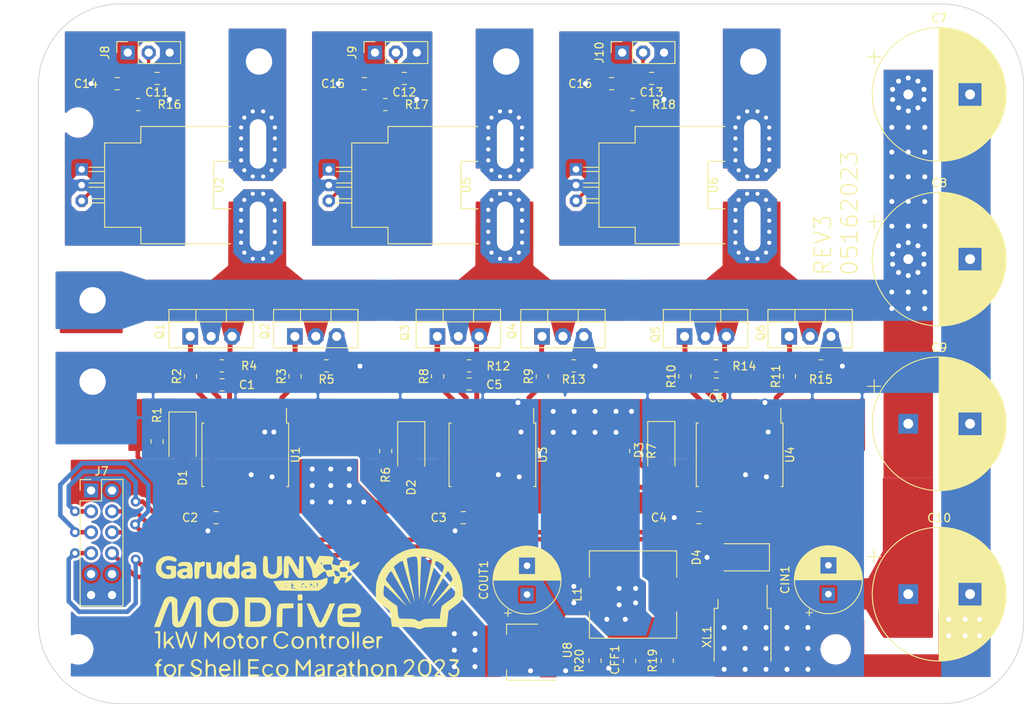
<source format=kicad_pcb>
(kicad_pcb (version 20221018) (generator pcbnew)
  (layers (0 "F.Cu" signal) (31 "B.Cu" signal) (34 "B.Paste" user) (35 "F.Paste" user) (36 "B.SilkS" user "B.Silkscreen") (37 "F.SilkS" user "F.Silkscreen") (38 "B.Mask" user) (39 "F.Mask" user) (44 "Edge.Cuts" user))
  (net 0 "")
  (net 1 "/PHASE_A")
  (net 2 "Net-(D1-K)")
  (net 3 "Net-(D2-K)")
  (net 4 "+48V")
  (net 5 "Net-(D3-K)")
  (net 6 "GND")
  (net 7 "+12V")
  (net 8 "Net-(J8-Pin_2)")
  (net 9 "Net-(J9-Pin_2)")
  (net 10 "Net-(J10-Pin_2)")
  (net 11 "Net-(D1-A)")
  (net 12 "Net-(D2-A)")
  (net 13 "Net-(D3-A)")
  (net 14 "+3V3")
  (net 15 "HIN_A")
  (net 16 "LIN_A")
  (net 17 "Net-(Q1-G)")
  (net 18 "Net-(Q2-G)")
  (net 19 "/PHASE_B")
  (net 20 "Net-(Q3-G)")
  (net 21 "/PHASE_C")
  (net 22 "Net-(Q4-G)")
  (net 23 "Net-(Q5-G)")
  (net 24 "Net-(Q6-G)")
  (net 25 "Net-(U1-HO)")
  (net 26 "Net-(U1-LO)")
  (net 27 "Net-(U3-HO)")
  (net 28 "Net-(U3-LO)")
  (net 29 "Net-(U4-HO)")
  (net 30 "Net-(U4-LO)")
  (net 31 "Net-(U2-VIOUT)")
  (net 32 "Net-(U5-VIOUT)")
  (net 33 "Net-(U6-VIOUT)")
  (net 37 "HIN_B")
  (net 38 "LIN_B")
  (net 44 "HIN_C")
  (net 45 "LIN_C")
  (net 49 "/PHASE_A_OUT")
  (net 50 "/PHASE_B_OUT")
  (net 51 "/PHASE_C_OUT")
  (net 56 "Net-(XL1-FB)")
  (net 57 "Net-(D4-K)")
  (footprint "Capacitor_SMD:C_0805_2012Metric_Pad1.18x1.45mm_HandSolder" (layer "F.Cu") (at 173.8025 215.521 180)
    (fp_text reference "C1")
    (fp_text value "2.2 uF")
  )
  (footprint "MountingHole:MountingHole_3.2mm_M3" (layer "F.Cu") (at 248.285 183.6674)
    (fp_text reference "")
    (fp_text value "MountingHole_3.2mm_M3")
  )
  (footprint "Resistor_SMD:R_0805_2012Metric_Pad1.20x1.40mm_HandSolder" (layer "F.Cu") (at 193.621 181.485)
    (fp_text reference "R17")
    (fp_text value "100")
  )
  (footprint "Resistor_SMD:R_0805_2012Metric_Pad1.20x1.40mm_HandSolder" (layer "F.Cu") (at 193.668 223.572064 90)
    (fp_text reference "R6")
    (fp_text value "100")
  )
  (footprint "Resistor_SMD:R_0805_2012Metric" (layer "F.Cu") (at 227.838 249.0235 -90)
    (fp_text reference "R19")
    (fp_text value "26K")
  )
  (footprint "MountingHole:MountingHole_3.2mm_M3" (layer "F.Cu") (at 156.337 183.6674)
    (fp_text reference "")
    (fp_text value "MountingHole_3.2mm_M3")
  )
  (footprint "MountingHole:MountingHole_3.2mm_M3_DIN965_Pad" (layer "F.Cu") (at 178.291 176.255)
    (fp_text reference "J1" hide)
    (fp_text value "PHASE_A")
  )
  (footprint "Package_TO_SOT_THT:TO-220-3_Vertical" (layer "F.Cu") (at 169.941 209.645)
    (fp_text reference "Q1")
    (fp_text value "IRFb4110N")
  )
  (footprint "Sensor_Current:Allegro_CB_PFF" (layer "F.Cu") (at 186.766 189.355 -90)
    (fp_text reference "U5")
    (fp_text value "ACS756xCB-050B-PFF")
  )
  (footprint "Capacitor_SMD:C_0805_2012Metric_Pad1.18x1.45mm_HandSolder" (layer "F.Cu") (at 191.081 178.945)
    (fp_text reference "C15")
    (fp_text value "0.1 uF")
  )
  (footprint "Resistor_SMD:R_0805_2012Metric" (layer "F.Cu") (at 223.266 249.0489 -90)
    (fp_text reference "CFF1")
    (fp_text value "33nF")
  )
  (footprint "Resistor_SMD:R_0805_2012Metric_Pad1.20x1.40mm_HandSolder" (layer "F.Cu") (at 203.781 213.219 180)
    (fp_text reference "R12")
    (fp_text value "10K")
  )
  (footprint "Diode_SMD:D_SMA" (layer "F.Cu") (at 227.116532 223.377936 -90)
    (fp_text reference "D3")
    (fp_text value "US1M")
  )
  (footprint "Package_TO_SOT_THT:TO-220-3_Vertical" (layer "F.Cu") (at 199.941 209.645)
    (fp_text reference "Q3")
    (fp_text value "IRFb4110N")
  )
  (footprint "Connector_PinHeader_2.54mm:PinHeader_2x06_P2.54mm_Vertical" (layer "F.Cu") (at 157.91 228.35)
    (fp_text reference "J7")
    (fp_text value "Conn_01x12")
  )
  (footprint "Resistor_SMD:R_0805_2012Metric" (layer "F.Cu") (at 219.075 249.0235 -90)
    (fp_text reference "R20")
    (fp_text value "3K")
  )
  (footprint "MountingHole:MountingHole_3.2mm_M3" (layer "F.Cu") (at 248.285 247.65)
    (fp_text reference "")
    (fp_text value "MountingHole_3.2mm_M3")
  )
  (footprint "Resistor_SMD:R_0805_2012Metric_Pad1.20x1.40mm_HandSolder" (layer "F.Cu") (at 216.481 213.219 180)
    (fp_text reference "R13")
    (fp_text value "10K")
  )
  (footprint "Resistor_SMD:R_0805_2012Metric_Pad1.20x1.40mm_HandSolder" (layer "F.Cu") (at 224.016532 223.555 90)
    (fp_text reference "R7")
    (fp_text value "100")
  )
  (footprint "Capacitor_THT:CP_Radial_D8.0mm_P3.50mm" (layer "F.Cu") (at 247.396 240.945 90)
    (fp_text reference "CIN1")
    (fp_text value "33uF/100W")
  )
  (footprint "Diode_SMD:D_SMA" (layer "F.Cu") (at 196.768 223.395 -90)
    (fp_text reference "D2")
    (fp_text value "US1M")
  )
  (footprint "Resistor_SMD:R_0805_2012Metric_Pad1.20x1.40mm_HandSolder" (layer "F.Cu") (at 223.621 181.485)
    (fp_text reference "R18")
    (fp_text value "100")
  )
  (footprint "Inductor_SMD:L_10.4x10.4_H4.8" (layer "F.Cu") (at 223.688 240.99 180)
    (fp_text reference "L1")
    (fp_text value "100uH/1A")
  )
  (footprint "Resistor_SMD:R_0805_2012Metric_Pad1.20x1.40mm_HandSolder" (layer "F.Cu") (at 212.671 214.489 90)
    (fp_text reference "R9")
    (fp_text value "27")
  )
  (footprint "Connector_PinSocket_2.54mm:PinSocket_1x03_P2.54mm_Vertical" (layer "F.Cu") (at 222.366 175.17 90)
    (fp_text reference "J10")
    (fp_text value "PHASE_C_ISENSE")
  )
  (footprint "Capacitor_SMD:C_0805_2012Metric_Pad1.18x1.45mm_HandSolder" (layer "F.Cu") (at 161.081 178.945)
    (fp_text reference "C14")
    (fp_text value "0.1 uF")
  )
  (footprint "Package_TO_SOT_THT:TO-220-3_Vertical" (layer "F.Cu") (at 182.641 209.645)
    (fp_text reference "Q2")
    (fp_text value "IRFb4110N")
  )
  (footprint "Capacitor_SMD:C_0805_2012Metric_Pad1.18x1.45mm_HandSolder" (layer "F.Cu") (at 221.081 178.945)
    (fp_text reference "C16")
    (fp_text value "0.1 uF")
  )
  (footprint "Resistor_SMD:R_0805_2012Metric_Pad1.20x1.40mm_HandSolder" (layer "F.Cu") (at 169.971 214.489 90)
    (fp_text reference "R2")
    (fp_text value "27")
  )
  (footprint "Capacitor_SMD:C_0805_2012Metric_Pad1.18x1.45mm_HandSolder" (layer "F.Cu") (at 203.796 215.419 180)
    (fp_text reference "C5")
    (fp_text value "2.2 uF")
  )
  (footprint "MountingHole:MountingHole_3.2mm_M3_DIN965_Pad" (layer "F.Cu") (at 158.091 205.255)
    (fp_text reference "J4" hide)
    (fp_text value "VMOT")
  )
  (footprint "Capacitor_SMD:C_0805_2012Metric_Pad1.18x1.45mm_HandSolder" (layer "F.Cu") (at 233.796 215.419 180)
    (fp_text reference "C6")
    (fp_text value "2.2 uF")
  )
  (footprint "Package_TO_SOT_THT:TO-220-3_Vertical" (layer "F.Cu") (at 242.641 209.645)
    (fp_text reference "Q6")
    (fp_text value "IRFb4110N")
  )
  (footprint "Resistor_SMD:R_0805_2012Metric_Pad1.20x1.40mm_HandSolder" (layer "F.Cu") (at 242.671 214.489 90)
    (fp_text reference "R11")
    (fp_text value "27")
  )
  (footprint "MountingHole:MountingHole_3.2mm_M3_DIN965_Pad" (layer "F.Cu") (at 238.291 176.255)
    (fp_text reference "J3" hide)
    (fp_text value "PHASE_C")
  )
  (footprint "Package_SO:SOIC-16W_7.5x10.3mm_P1.27mm" (layer "F.Cu") (at 176.621 224.019 -90)
    (fp_text reference "U1")
    (fp_text value "IR2110S")
  )
  (footprint "Capacitor_SMD:C_0805_2012Metric_Pad1.18x1.45mm_HandSolder" (layer "F.Cu") (at 165.9285 178.31 180)
    (fp_text reference "C11")
    (fp_text value "0.1 uF")
  )
  (footprint "Capacitor_THT:CP_Radial_D16.0mm_P7.50mm" (layer "F.Cu") (at 257.091246 240.945)
    (fp_text reference "C10")
    (fp_text value "470 uF")
  )
  (footprint "Package_TO_SOT_THT:TO-220-3_Vertical" (layer "F.Cu") (at 212.641 209.645)
    (fp_text reference "Q4")
    (fp_text value "IRFb4110N")
  )
  (footprint "Resistor_SMD:R_0805_2012Metric_Pad1.20x1.40mm_HandSolder" (layer "F.Cu") (at 233.781 213.219 180)
    (fp_text reference "R14")
    (fp_text value "10K")
  )
  (footprint "Connector_PinSocket_2.54mm:PinSocket_1x03_P2.54mm_Vertical" (layer "F.Cu") (at 162.366 175.17 90)
    (fp_text reference "J8")
    (fp_text value "PHASE_A_ISENSE")
  )
  (footprint "Resistor_SMD:R_0805_2012Metric_Pad1.20x1.40mm_HandSolder" (layer "F.Cu") (at 229.971 214.489 90)
    (fp_text reference "R10")
    (fp_text value "27")
  )
  (footprint "Package_TO_SOT_SMD:TO-252-5_TabPin3" (layer "F.Cu") (at 236.981 245.985 -90)
    (fp_text reference "XL1")
    (fp_text value "~")
  )
  (footprint "MountingHole:MountingHole_3.2mm_M3_DIN965_Pad" (layer "F.Cu") (at 208.291 176.255)
    (fp_text reference "J2" hide)
    (fp_text value "PHASE_B")
  )
  (footprint "Sensor_Current:Allegro_CB_PFF" (layer "F.Cu") (at 216.766 189.355 -90)
    (fp_text reference "U6")
    (fp_text value "ACS756xCB-050B-PFF")
  )
  (footprint "MountingHole:MountingHole_3.2mm_M3" (layer "F.Cu") (at 156.337 247.65)
    (fp_text reference "")
    (fp_text value "MountingHole_3.2mm_M3")
  )
  (footprint "Capacitor_THT:CP_Radial_D16.0mm_P7.50mm" (layer "F.Cu") (at 257.091 220.255)
    (fp_text reference "C9")
    (fp_text value "470 uF")
  )
  (footprint "Diode_SMD:D_SMA" (layer "F.Cu") (at 169.015936 222.217936 -90)
    (fp_text reference "D1")
    (fp_text value "US1M")
  )
  (footprint "Resistor_SMD:R_0805_2012Metric_Pad1.20x1.40mm_HandSolder" (layer "F.Cu") (at 246.481 213.219 180)
    (fp_text reference "R15")
    (fp_text value "10K")
  )
  (footprint "Capacitor_SMD:C_0805_2012Metric_Pad1.18x1.45mm_HandSolder" (layer "F.Cu") (at 173.091 231.659)
    (fp_text reference "C2")
    (fp_text value "10 uF")
  )
  (footprint "Diode_SMD:D_SMA" (layer "F.Cu") (at 236.728 236.474 180)
    (fp_text reference "D4")
    (fp_text value "S310")
  )
  (footprint "Connector_PinSocket_2.54mm:PinSocket_1x03_P2.54mm_Vertical" (layer "F.Cu") (at 192.366 175.17 90)
    (fp_text reference "J9")
    (fp_text value "PHASE_B_ISENSE")
  )
  (footprint "MountingHole:MountingHole_3.2mm_M3_DIN965_Pad" (layer "F.Cu") (at 158.091 215.14)
    (fp_text reference "J5" hide)
    (fp_text value "GND")
  )
  (footprint "Resistor_SMD:R_0805_2012Metric_Pad1.20x1.40mm_HandSolder" (layer "F.Cu") (at 182.671 214.489 90)
    (fp_text reference "R3")
    (fp_text value "27")
  )
  (footprint "Capacitor_THT:CP_Radial_D8.0mm_P3.50mm" (layer "F.Cu") (at 210.82 240.99 90)
    (fp_text reference "COUT1")
    (fp_text value "100uF/35V")
  )
  (footprint "Package_SO:SOIC-16W_7.5x10.3mm_P1.27mm" (layer "F.Cu") (at 236.621 224.019 -90)
    (fp_text reference "U4")
    (fp_text value "IR2110S")
  )
  (footprint "Resistor_SMD:R_0805_2012Metric_Pad1.20x1.40mm_HandSolder" (layer "F.Cu") (at 199.971 214.489 90)
    (fp_text reference "R8")
    (fp_text value "27")
  )
  (footprint "Package_TO_SOT_SMD:SOT-223-3_TabPin2" (layer "F.Cu") (at 210.25 248 180)
    (fp_text reference "U8")
    (fp_text value "AMS1117-2.85")
  )
  (footprint "Package_SO:SOIC-16W_7.5x10.3mm_P1.27mm" (layer "F.Cu") (at 206.621 224.019 -90)
    (fp_text reference "U3")
    (fp_text value "IR2110S")
  )
  (footprint "Capacitor_SMD:C_0805_2012Metric_Pad1.18x1.45mm_HandSolder" (layer "F.Cu") (at 225.9285 178.31 180)
    (fp_text reference "C13")
    (fp_text value "0.1 uF")
  )
  (footprint "Resistor_SMD:R_0805_2012Metric_Pad1.20x1.40mm_HandSolder" (layer "F.Cu") (at 186.481 213.219 180)
    (fp_text reference "R5")
    (fp_text value "10K")
  )
  (footprint "Capacitor_SMD:C_0805_2012Metric_Pad1.18x1.45mm_HandSolder" (layer "F.Cu") (at 203.091 231.659)
    (fp_text reference "C3")
    (fp_text value "10 uF")
  )
  (footprint "Resistor_SMD:R_0805_2012Metric_Pad1.20x1.40mm_HandSolder" (layer "F.Cu") (at 165.915936 222.395 90)
    (fp_text reference "R1")
    (fp_text value "100")
  )
  (footprint "Capacitor_SMD:C_0805_2012Metric_Pad1.18x1.45mm_HandSolder" (layer "F.Cu") (at 231.687 231.655)
    (fp_text reference "C4")
    (fp_text value "10 uF")
  )
  (footprint "Capacitor_THT:CP_Radial_D16.0mm_P7.50mm" (layer "F.Cu") (at 257.091 180.255)
    (fp_text reference "C7")
    (fp_text value "470 uF")
  )
  (footprint "Resistor_SMD:R_0805_2012Metric_Pad1.20x1.40mm_HandSolder" (layer "F.Cu") (at 173.781 213.219 180)
    (fp_text reference "R4")
    (fp_text value "10K")
  )
  (footprint "Capacitor_SMD:C_0805_2012Metric_Pad1.18x1.45mm_HandSolder" (layer "F.Cu") (at 195.9285 178.31 180)
    (fp_text reference "C12")
    (fp_text value "0.1 uF")
  )
  (footprint "Package_TO_SOT_THT:TO-220-3_Vertical" (layer "F.Cu") (at 229.941 209.645)
    (fp_text reference "Q5")
    (fp_text value "IRFb4110N")
  )
  (footprint "symbols:modrive_16mm" (layer "F.Cu") (at 184.25 243.5)
    (fp_text reference "G***" hide)
    (fp_text value "LOGO" hide)
  )
  (footprint "Capacitor_THT:CP_Radial_D16.0mm_P7.50mm" (layer "F.Cu") (at 257.091 200.255)
    (fp_text reference "C8")
    (fp_text value "470 uF")
  )
  (footprint "Resistor_SMD:R_0805_2012Metric_Pad1.20x1.40mm_HandSolder" (layer "F.Cu") (at 163.621 181.485)
    (fp_text reference "R16")
    (fp_text value "100")
  )
  (footprint "Sensor_Current:Allegro_CB_PFF" (layer "F.Cu") (at 156.766 189.355 -90)
    (fp_text reference "U2")
    (fp_text value "ACS756xCB-050B-PFF")
  )
  (gr_line (start 261.091 254.255) (end 161.5 254.255) (stroke (width 0.1)) (layer "Edge.Cuts"))
  (gr_arc (start 271.091 244.255) (mid 268.162068 251.326068) (end 261.091 254.255) (stroke (width 0.1)) (layer "Edge.Cuts"))
  (gr_line (start 271.091 179.255) (end 271.091 244.255) (stroke (width 0.1)) (layer "Edge.Cuts"))
  (gr_line (start 161.5 169.255) (end 261.091 169.255) (stroke (width 0.1)) (layer "Edge.Cuts"))
  (gr_arc (start 151.5 179.255) (mid 154.428932 172.183932) (end 161.5 169.255) (stroke (width 0.1)) (layer "Edge.Cuts"))
  (gr_arc (start 261.091 169.255) (mid 268.162068 172.183932) (end 271.091 179.255) (stroke (width 0.1)) (layer "Edge.Cuts"))
  (gr_arc (start 161.5 254.255) (mid 154.428932 251.326068) (end 151.5 244.255) (stroke (width 0.1)) (layer "Edge.Cuts"))
  (gr_line (start 151.5 244.255) (end 151.5 179.255) (stroke (width 0.1)) (layer "Edge.Cuts"))
  (gr_text "REV3\n05162023" (at 251.125 202.375 90) (layer "F.SilkS") (effects (font (size 2 2)) (justify left bottom)))
  (segment (start 174.716 215.5365) (end 174.8335 215.419) (width 0.6) (layer "F.Cu") (net 1))
  (segment (start 174.8335 213.2715) (end 174.781 213.219) (width 0.6) (layer "F.Cu") (net 1))
  (segment (start 174.781 209.885) (end 175.021 209.645) (width 0.6) (layer "F.Cu") (net 1))
  (segment (start 174.8335 215.419) (end 174.8335 213.2715) (width 0.6) (layer "F.Cu") (net 1))
  (segment (start 174.716 219.369) (end 174.716 215.5365) (width 0.6) (layer "F.Cu") (net 1))
  (segment (start 174.781 213.219) (end 174.781 209.885) (width 0.6) (layer "F.Cu") (net 1))
  (segment (start 169.015936 220.407936) (end 170.225 221.617) (width 0.6) (layer "F.Cu") (net 2))
  (segment (start 173.446 217.11) (end 172.7585 216.4225) (width 0.6) (layer "F.Cu") (net 2))
  (segment (start 173.004064 221.377936) (end 173.446 220.936) (width 0.6) (layer "F.Cu") (net 2))
  (segment (start 173.446 219.369) (end 173.446 217.11) (width 0.6) (layer "F.Cu") (net 2))
  (segment (start 173.446 220.936) (end 173.446 219.369) (width 0.6) (layer "F.Cu") (net 2))
  (segment (start 172.7585 216.4225) (end 172.7585 215.419) (width 0.6) (layer "F.Cu") (net 2))
  (segment (start 170.225 221.617) (end 172.765 221.617) (width 0.6) (layer "F.Cu") (net 2))
  (segment (start 172.765 221.617) (end 173.446 220.936) (width 0.6) (layer "F.Cu") (net 2))
  (segment (start 169.015936 220.217936) (end 169.015936 220.407936) (width 0.6) (layer "F.Cu") (net 2))
  (segment (start 198.791 221.377936) (end 198.773936 221.395) (width 0.6) (layer "F.Cu") (net 3))
  (segment (start 203.446 217.11) (end 202.7585 216.4225) (width 0.6) (layer "F.Cu") (net 3))
  (segment (start 198.791 221.377936) (end 203.004064 221.377936) (width 0.6) (layer "F.Cu") (net 3))
  (segment (start 203.004064 221.377936) (end 203.446 220.936) (width 0.6) (layer "F.Cu") (net 3))
  (segment (start 198.773936 221.395) (end 196.768 221.395) (width 0.6) (layer "F.Cu") (net 3))
  (segment (start 203.446 220.936) (end 203.446 219.369) (width 0.6) (layer "F.Cu") (net 3))
  (segment (start 202.7585 216.4225) (end 202.7585 215.419) (width 0.6) (layer "F.Cu") (net 3))
  (segment (start 203.446 219.369) (end 203.446 217.11) (width 0.6) (layer "F.Cu") (net 3))
  (via (at 257.091 204.255) (size 1) (drill 0.6) (layers "F.Cu" "B.Cu") (net 4))
  (via (at 257.091 193.255) (size 1) (drill 0.6) (layers "F.Cu" "B.Cu") (net 4))
  (via (at 257.091 202.255) (size 1) (drill 0.6) (layers "F.Cu" "B.Cu") (net 4))
  (via (at 258.993113 200.873034) (size 1) (drill 0.6) (layers "F.Cu" "B.Cu") (net 4))
  (via (at 258.993113 179.636966) (size 1) (drill 0.6) (layers "F.Cu" "B.Cu") (net 4))
  (via (at 255.188887 180.873034) (size 1) (drill 0.6) (layers "F.Cu" "B.Cu") (net 4))
  (via (at 257.091 198.255) (size 1) (drill 0.6) (layers "F.Cu" "B.Cu") (net 4))
  (via (at 255.915429 201.873034) (size 1) (drill 0.6) (layers "F.Cu" "B.Cu") (net 4))
  (via (at 255.091 206.255) (size 1) (drill 0.6) (layers "F.Cu" "B.Cu") (net 4))
  (via (at 259.091 193.255) (size 1) (drill 0.6) (layers "F.Cu" "B.Cu") (net 4))
  (via (at 259.091 206.255) (size 1) (drill 0.6) (layers "F.Cu" "B.Cu") (net 4))
  (via (at 255.091 187.255) (size 1) (drill 0.6) (layers "F.Cu" "B.Cu") (net 4))
  (via (at 255.091 184.255) (size 1) (drill 0.6) (layers "F.Cu" "B.Cu") (net 4))
  (via (at 257.091 178.255) (size 1) (drill 0.6) (layers "F.Cu" "B.Cu") (net 4))
  (via (at 259.091 190.255) (size 1) (drill 0.6) (layers "F.Cu" "B.Cu") (net 4))
  (via (at 258.993113 199.636966) (size 1) (drill 0.6) (layers "F.Cu" "B.Cu") (net 4))
  (via (at 258.993113 180.873034) (size 1) (drill 0.6) (layers "F.Cu" "B.Cu") (net 4))
  (via (at 257.091 196.255) (size 1) (drill 0.6) (layers "F.Cu" "B.Cu") (net 4))
  (via (at 259.091 187.255) (size 1) (drill 0.6) (layers "F.Cu" "B.Cu") (net 4))
  (via (at 255.091 190.255) (size 1) (drill 0.6) (layers "F.Cu" "B.Cu") (net 4))
  (via (at 255.188887 200.873034) (size 1) (drill 0.6) (layers "F.Cu" "B.Cu") (net 4))
  (via (at 255.091 196.255) (size 1) (drill 0.6) (layers "F.Cu" "B.Cu") (net 4))
  (via (at 258.266571 201.873034) (size 1) (drill 0.6) (layers "F.Cu" "B.Cu") (net 4))
  (via (at 255.915429 198.636966) (size 1) (drill 0.6) (layers "F.Cu" "B.Cu") (net 4))
  (via (at 257.091 187.255) (size 1) (drill 0.6) (layers "F.Cu" "B.Cu") (net 4))
  (via (at 258.266571 178.636966) (size 1) (drill 0.6) (layers "F.Cu" "B.Cu") (net 4))
  (via (at 258.266571 181.873034) (size 1) (drill 0.6) (layers "F.Cu" "B.Cu") (net 4))
  (via (at 259.091 204.255) (size 1) (drill 0.6) (layers "F.Cu" "B.Cu") (net 4))
  (via (at 257.091 182.255) (size 1) (drill 0.6) (layers "F.Cu" "B.Cu") (net 4))
  (via (at 255.915429 178.636966) (size 1) (drill 0.6) (layers "F.Cu" "B.Cu") (net 4))
  (via (at 255.188887 199.636966) (size 1) (drill 0.6) (layers "F.Cu" "B.Cu") (net 4))
  (via (at 257.091 206.255) (size 1) (drill 0.6) (layers "F.Cu" "B.Cu") (net 4))
  (via (at 255.091 193.255) (size 1) (drill 0.6) (layers "F.Cu" "B.Cu") (net 4))
  (via (at 255.091 204.255) (size 1) (drill 0.6) (layers "F.Cu" "B.Cu") (net 4))
  (via (at 258.266571 198.636966) (size 1) (drill 0.6) (layers "F.Cu" "B.Cu") (net 4))
  (via (at 257.091 184.255) (size 1) (drill 0.6) (layers "F.Cu" "B.Cu") (net 4))
  (via (at 259.091 184.255) (size 1) (drill 0.6) (layers "F.Cu" "B.Cu") (net 4))
  (via (at 255.188887 179.636966) (size 1) (drill 0.6) (layers "F.Cu" "B.Cu") (net 4))
  (via (at 259.091 196.255) (size 1) (drill 0.6) (layers "F.Cu" "B.Cu") (net 4))
  (via (at 255.915429 181.873034) (size 1) (drill 0.6) (layers "F.Cu" "B.Cu") (net 4))
  (via (at 257.091 190.255) (size 1) (drill 0.6) (layers "F.Cu" "B.Cu") (net 4))
  (segment (start 232.7585 216.4225) (end 232.7585 215.419) (width 0.6) (layer "F.Cu") (net 5))
  (segment (start 233.446 220.936) (end 233.446 219.369) (width 0.6) (layer "F.Cu") (net 5))
  (segment (start 233.446 217.11) (end 232.7585 216.4225) (width 0.6) (layer "F.Cu") (net 5))
  (segment (start 233.004064 221.377936) (end 233.446 220.936) (width 0.6) (layer "F.Cu") (net 5))
  (segment (start 227.116532 221.377936) (end 233.004064 221.377936) (width 0.6) (layer "F.Cu") (net 5))
  (segment (start 233.446 219.369) (end 233.446 217.11) (width 0.6) (layer "F.Cu") (net 5))
  (segment (start 196.966 180.385) (end 197.431 180.85) (width 0.4) (layer "F.Cu") (net 6))
  (segment (start 247.481 213.219) (end 249.055 213.219) (width 0.6) (layer "F.Cu") (net 6))
  (segment (start 230.6495 231.655) (end 228.691 231.655) (width 0.6) (layer "F.Cu") (net 6))
  (segment (start 190.0435 178.945) (end 187.906 178.945) (width 0.4) (layer "F.Cu") (net 6))
  (segment (start 189.055 213.219) (end 187.481 213.219) (width 0.6) (layer "F.Cu") (net 6))
  (segment (start 226.966 180.385) (end 227.431 180.85) (width 0.4) (layer "F.Cu") (net 6))
  (segment (start 197.446 177.83) (end 196.966 178.31) (width 0.4) (layer "F.Cu") (net 6))
  (segment (start 227.446 177.83) (end 226.966 178.31) (width 0.4) (layer "F.Cu") (net 6))
  (segment (start 172.0535 233.2175) (end 172.091 233.255) (width 0.6) (layer "F.Cu") (net 6))
  (segment (start 190.545 213.255) (end 189.055 213.219) (width 0.6) (layer "F.Cu") (net 6))
  (segment (start 166.966 178.31) (end 166.966 180.385) (width 0.4) (layer "F.Cu") (net 6))
  (segment (start 179.796 219.369) (end 179.796 220.955) (width 0.6) (layer "F.Cu") (net 6))
  (segment (start 249.055 213.219) (end 249.091 213.255) (width 0.6) (layer "F.Cu") (net 6))
  (segment (start 179.796 228.669) (end 179.796 226.778) (width 0.6) (layer "F.Cu") (net 6))
  (segment (start 167.446 177.83) (end 166.966 178.31) (width 0.4) (layer "F.Cu") (net 6))
  (segment (start 202.0535 231.659) (end 202.0535 233.2175) (width 0.6) (layer "F.Cu") (net 6))
  (segment (start 209.796 226.778) (end 209.877 226.697) (width 0.6) (layer "F.Cu") (net 6))
  (segment (start 196.966 178.31) (end 196.966 180.385) (width 0.4) (layer "F.Cu") (net 6))
  (segment (start 213.4 250.3) (end 211.3 250.3) (width 0.4) (layer "F.Cu") (net 6))
  (segment (start 239.796 219.369) (end 239.796 217.782) (width 0.6) (layer "F.Cu") (net 6))
  (segment (start 209.796 219.369) (end 209.796 220.96) (width 0.6) (layer "F.Cu") (net 6))
  (segment (start 234.728 236.474) (end 232.664 236.474) (width 0.55) (layer "F.Cu") (net 6))
  (segment (start 209.796 220.96) (end 210.091 221.255) (width 0.6) (layer "F.Cu") (net 6))
  (segment (start 239.796 228.669) (end 239.796 226.778) (width 0.6) (layer "F.Cu") (net 6))
  (segment (start 217.481 213.219) (end 219.055 213.219) (width 0.6) (layer "F.Cu") (net 6))
  (segment (start 220.0435 178.945) (end 217.906 178.945) (width 0.4) (layer "F.Cu") (net 6))
  (segment (start 179.796 220.96) (end 180.091 221.255) (width 0.6) (layer "F.Cu") (net 6))
  (segment (start 215.45 250.3) (end 215.5 250.25) (width 0.4) (layer "F.Cu") (net 6))
  (segment (start 239.796 220.96) (end 240.091 221.255) (width 0.6) (layer "F.Cu") (net 6))
  (segment (start 160.0435 178.945) (end 157.906 178.945) (width 0.4) (layer "F.Cu") (net 6))
  (segment (start 237.256 226.524) (end 237.337 226.443) (width 0.6) (layer "F.Cu") (net 6))
  (segment (start 179.796 220.955) (end 179.496 221.255) (width 0.6) (layer "F.Cu") (net 6))
  (segment (start 209.796 219.369) (end 209.796 217.754) (width 0.6) (layer "F.Cu") (net 6))
  (segment (start 226.966 178.31) (end 226.966 180.385) (width 0.4) (layer "F.Cu") (net 6))
  (segment (start 177.256 228.669) (end 177.256 226.524) (width 0.6) (layer "F.Cu") (net 6))
  (segment (start 178.988 221.255) (end 179.496 221.255) (width 0.6) (layer "F.Cu") (net 6))
  (segment (start 239.796 226.778) (end 239.877 226.697) (width 0.6) (layer "F.Cu") (net 6))
  (segment (start 219.075 249.936) (end 220.726 249.936) (width 0.55) (layer "F.Cu") (net 6))
  (segment (start 179.496 221.255) (end 180.091 221.255) (width 0.6) (layer "F.Cu") (net 6))
  (segment (start 239.796 217.782) (end 239.694 217.68) (width 0.6) (layer "F.Cu") (net 6))
  (segment (start 213.4 250.3) (end 215.45 250.3) (width 0.4) (layer "F.Cu") (net 6))
  (segment (start 215.5 250.25) (end 218.761 250.25) (width 0.4) (layer "F.Cu") (net 6))
  (segment (start 218.761 250.25) (end 219.075 249.936) (width 0.4) (layer "F.Cu") (net 6))
  (segment (start 207.256 228.669) (end 207.256 226.524) (width 0.6) (layer "F.Cu") (net 6))
  (segment (start 202.0535 233.2175) (end 202.091 233.255) (width 0.6) (layer "F.Cu") (net 6))
  (segment (start 209.796 228.669) (end 209.796 226.778) (width 0.6) (layer "F.Cu") (net 6))
  (segment (start 230.095 231.659) (end 230.091 231.655) (width 0.6) (layer "F.Cu") (net 6))
  (segment (start 209.796 217.754) (end 209.722 217.68) (width 0.6) (layer "F.Cu") (net 6))
  (segment (start 166.966 180.385) (end 167.431 180.85) (width 0.4) (layer "F.Cu") (net 6))
  (segment (start 211.3 250.3) (end 211.25 250.25) (width 0.4) (layer "F.Cu") (net 6))
  (segment (start 219.055 213.219) (end 219.091 213.255) (width 0.6) (layer "F.Cu") (net 6))
  (segment (start 179.796 226.778) (end 179.877 226.697) (width 0.6) (layer "F.Cu") (net 6))
  (segment (start 237.256 228.669) (end 237.256 226.524) (width 0.6) (layer "F.Cu") (net 6))
  (segment (start 179.796 219.369) (end 179.796 220.96) (width 0.6) (layer "F.Cu") (net 6))
  (segment (start 239.796 219.369) (end 239.796 220.96) (width 0.6) (layer "F.Cu") (net 6))
  (segment (start 172.0535 231.659) (end 172.0535 233.2175) (width 0.6) (layer "F.Cu") (net 6))
  (segment (start 177.256 226.524) (end 177.337 226.443) (width 0.6) (layer "F.Cu") (net 6))
  (segment (start 207.256 226.524) (end 207.337 226.443) (width 0.6) (layer "F.Cu") (net 6))
  (via (at 209.722 217.68) (size 1) (drill 0.6) (layers "F.Cu" "B.Cu") (net 6))
  (via (at 172.091 233.255) (size 1) (drill 0.6) (layers "F.Cu" "B.Cu") (net 6))
  (via (at 202.091 233.255) (size 1) (drill 0.6) (layers "F.Cu" "B.Cu") (net 6))
  (via (at 242.37 250.08) (size 1.2) (drill 0.6) (layers "F.Cu" "B.Cu") (net 6))
  (via (at 244.91 250.08) (size 1.2) (drill 0.6) (layers "F.Cu" "B.Cu") (net 6))
  (via (at 265.75 246) (size 1.2) (drill 0.6) (layers "F.Cu" "B.Cu") (net 6))
  (via (at 242.37 247.54) (size 1.2) (drill 0.6) (layers "F.Cu" "B.Cu") (net 6))
  (via (at 265.75 244) (size 1.2) (drill 0.6) (layers "F.Cu" "B.Cu") (net 6))
  (via (at 215.5 250.25) (size 1.2) (drill 0.6) (layers "F.Cu" "B.Cu") (net 6))
  (via (at 239.83 250.08) (size 1.2) (drill 0.6) (layers "F.Cu" "B.Cu") (net 6))
  (via (at 220.726 249.936) (size 1.2) (drill 0.6) (layers "F.Cu" "B.Cu") (net 6))
  (via (at 239.83 247.54) (size 1.2) (drill 0.6) (layers "F.Cu" "B.Cu") (net 6))
  (via (at 197.431 180.85) (size 1) (drill 0.6) (layers "F.Cu" "B.Cu") (net 6))
  (via (at 262 244) (size 1.2) (drill 0.6) (layers "F.Cu" "B.Cu") (net 6))
  (via (at 239.694 217.68) (size 1) (drill 0.6) (layers "F.Cu" "B.Cu") (net 6))
  (via (at 211.25 250.25) (size 1.2) (drill 0.6) (layers "F.Cu" "B.Cu") (net 6))
  (via (at 234.75 245) (size 1.2) (drill 0.6) (layers "F.Cu" "B.Cu") (net 6))
  (via (at 210.091 221.255) (size 1) (drill 0.6) (layers "F.Cu" "B.Cu") (net 6))
  (via (at 237.29 250.08) (size 1.2) (drill 0.6) (layers "F.Cu" "B.Cu") (net 6))
  (via (at 157.906 178.945) (size 1) (drill 0.6) (layers "F.Cu" "B.Cu") (net 6))
  (via (at 234.75 247.54) (size 1.2) (drill 0.6) (layers "F.Cu" "B.Cu") (net 6))
  (via (at 177.337 226.443) (size 1) (drill 0.6) (layers "F.Cu" "B.Cu") (net 6))
  (via (at 264 246) (size 1.2) (drill 0.6) (layers "F.Cu" "B.Cu") (net 6))
  (via (at 237.337 226.443) (size 1) (drill 0.6) (layers "F.Cu" "B.Cu") (net 6))
  (via (at 239.877 226.697) (size 1) (drill 0.6) (layers "F.Cu" "B.Cu") (net 6))
  (via (at 244.91 247.54) (size 1.2) (drill 0.6) (layers "F.Cu" "B.Cu") (net 6))
  (via (at 217.906 178.945) (size 1) (drill 0.6) (layers "F.Cu" "B.Cu") (net 6))
  (via (at 228.687 231.651) (size 1) (drill 0.6) (layers "F.Cu" "B.Cu") (net 6))
  (via (at 237.29 247.54) (size 1.2) (drill 0.6) (layers "F.Cu" "B.Cu") (net 6))
  (via (at 262 246) (size 1.2) (drill 0.6) (layers "F.Cu" "B.Cu") (net 6))
  (via (at 167.431 180.85) (size 1) (drill 0.6) (layers "F.Cu" "B.Cu") (net 6))
  (via (at 180.091 221.255) (size 1) (drill 0.6) (layers "F.Cu" "B.Cu") (net 6))
  (via (at 178.988 221.255) (size 1) (drill 0.6) (layers "F.Cu" "B.Cu") (net 6))
  (via (at 232.664 236.474) (size 1.2) (drill 0.6) (layers "F.Cu" "B.Cu") (net 6))
  (via (at 234.75 250.08) (size 1.2) (drill 0.6) (layers "F.Cu" "B.Cu") (net 6))
  (via (at 240.091 221.255) (size 1) (drill 0.6) (layers "F.Cu" "B.Cu") (net 6))
  (via (at 264 244) (size 1.2) (drill 0.6) (layers "F.Cu" "B.Cu") (net 6))
  (via (at 242.37 245) (size 1.2) (drill 0.6) (layers "F.Cu" "B.Cu") (net 6))
  (via (at 249.091 213.255) (size 1) (drill 0.6) (layers "F.Cu" "B.Cu") (net 6))
  (via (at 209.877 226.697) (size 1) (drill 0.6) (layers "F.Cu" "B.Cu") (net 6))
  (via (at 187.906 178.945) (size 1) (drill 0.6) (layers "F.Cu" "B.Cu") (net 6))
  (via (at 227.431 180.85) (size 1) (drill 0.6) (layers "F.Cu" "B.Cu") (net 6))
  (via (at 207.337 226.443) (size 1) (drill 0.6) (layers "F.Cu" "B.Cu") (net 6))
  (via (at 237.29 245) (size 1.2) (drill 0.6) (layers "F.Cu" "B.Cu") (net 6))
  (via (at 244.91 245) (size 1.2) (drill 0.6) (layers "F.Cu" "B.Cu") (net 6))
  (via (at 190.545 213.255) (size 1) (drill 0.6) (layers "F.Cu" "B.Cu") (net 6))
  (via (at 179.877 226.697) (size 1) (drill 0.6) (layers "F.Cu" "B.Cu") (net 6))
  (via (at 219.091 213.255) (size 1) (drill 0.6) (layers "F.Cu" "B.Cu") (net 6))
  (via (at 239.83 245) (size 1.2) (drill 0.6) (layers "F.Cu" "B.Cu") (net 6))
  (segment (start 172.466 225.044) (end 171.196 226.314) (width 0.55) (layer "F.Cu") (net 7))
  (segment (start 190.926 227.078) (end 192.831 228.983) (width 0.6) (layer "F.Cu") (net 7))
  (segment (start 172.466 223.012) (end 172.466 225.044) (width 0.55) (layer "F.Cu") (net 7))
  (segment (start 223.057 227.967) (end 221.914 226.824) (width 0.6) (layer "F.Cu") (net 7))
  (segment (start 221.914 226.824) (end 221.914 223.268) (width 0.6) (layer "F.Cu") (net 7))
  (segment (start 199.435 228.856) (end 200.324 227.967) (width 0.6) (layer "F.Cu") (net 7))
  (segment (start 224.282 227.967) (end 229.534 227.967) (width 0.6) (layer "F.Cu") (net 7))
  (segment (start 223.266 248.1364) (end 222.9904 248.1364) (width 0.55) (layer "F.Cu") (net 7))
  (segment (start 230.55 226.951) (end 230.55 223.141) (width 0.6) (layer "F.Cu") (net 7))
  (segment (start 219.538 244.43) (end 219.538 240.538) (width 0.55) (layer "F.Cu") (net 7))
  (segment (start 192.831 228.983) (end 199.308 228.983) (width 0.6) (layer "F.Cu") (net 7))
  (segment (start 218.242 240.99) (end 219.538 240.99) (width 0.55) (layer "F.Cu") (net 7))
  (segment (start 223.2914 248.111) (end 223.266 248.1364) (width 0.8) (layer "F.Cu") (net 7))
  (segment (start 163.576 224.282) (end 163.576 222.25) (width 0.55) (layer "F.Cu") (net 7))
  (segment (start 223.2444 248.1364) (end 219.538 244.43) (width 0.55) (layer "F.Cu") (net 7))
  (segment (start 227.838 248.111) (end 223.2914 248.111) (width 0.8) (layer "F.Cu") (net 7))
  (segment (start 190.926 222.887) (end 190.926 227.078) (width 0.6) (layer "F.Cu") (net 7))
  (segment (start 199.308 228.983) (end 199.435 228.856) (width 0.6) (layer "F.Cu") (net 7))
  (segment (start 223.266 248.1364) (end 223.2444 248.1364) (width 0.55) (layer "F.Cu") (net 7))
  (segment (start 224.028 227.713) (end 224.282 227.967) (width 0.55) (layer "F.Cu") (net 7))
  (segment (start 224.282 227.967) (end 223.057 227.967) (width 0.6) (layer "F.Cu") (net 7))
  (segment (start 165.608 226.314) (end 163.576 224.282) (width 0.55) (layer "F.Cu") (net 7))
  (segment (start 171.196 226.314) (end 165.608 226.314) (width 0.55) (layer "F.Cu") (net 7))
  (segment (start 200.324 227.967) (end 200.324 223.014) (width 0.6) (layer "F.Cu") (net 7))
  (segment (start 229.534 227.967) (end 230.55 226.951) (width 0.6) (layer "F.Cu") (net 7))
  (via (at 222 240.25) (size 1.2) (drill 0.6) (layers "F.Cu" "B.Cu") (net 7))
  (via (at 219.08 221.29) (size 1.2) (drill 0.6) (layers "F.Cu" "B.Cu") (net 7))
  (via (at 223.5 218.75) (size 1.2) (drill 0.6) (layers "F.Cu" "B.Cu") (net 7))
  (via (at 219.08 218.75) (size 1.2) (drill 0.6) (layers "F.Cu" "B.Cu") (net 7))
  (via (at 221.62 221.29) (size 1.2) (drill 0.6) (layers "F.Cu" "B.Cu") (net 7))
  (via (at 221.62 218.75) (size 1.2) (drill 0.6) (layers "F.Cu" "B.Cu") (net 7))
  (via (at 216.54 218.75) (size 1.2) (drill 0.6) (layers "F.Cu" "B.Cu") (net 7))
  (via (at 214 221.29) (size 1.2) (drill 0.6) (layers "F.Cu" "B.Cu") (net 7))
  (via (at 220.5 244) (size 1.2) (drill 0.6) (layers "F.Cu" "B.Cu") (net 7))
  (via (at 222 242.25) (size 1.2) (drill 0.6) (layers "F.Cu" "B.Cu") (net 7))
  (via (at 214 218.75) (size 1.2) (drill 0.6) (layers "F.Cu" "B.Cu") (net 7))
  (via (at 216.54 221.29) (size 1.2) (drill 0.6) (layers "F.Cu" "B.Cu") (net 7))
  (via (at 224 242) (size 1.2) (drill 0.6) (layers "F.Cu" "B.Cu") (net 7))
  (via (at 216.5 242) (size 1.2) (drill 0.6) (layers "F.Cu" "B.Cu") (net 7))
  (via (at 224 240.25) (size 1.2) (drill 0.6) (layers "F.Cu" "B.Cu") (net 7))
  (via (at 222.75 244) (size 1.2) (drill 0.6) (layers "F.Cu" "B.Cu") (net 7))
  (via (at 216.5 240) (size 1.2) (drill 0.6) (layers "F.Cu" "B.Cu") (net 7))
  (segment (start 164.891 175.185) (end 164.906 175.17) (width 0.4) (layer "F.Cu") (net 8))
  (segment (start 164.891 178.31) (end 164.891 175.185) (width 0.4) (layer "F.Cu") (net 8))
  (segment (start 164.621 178.58) (end 164.891 178.31) (width 0.4) (layer "F.Cu") (net 8))
  (segment (start 164.621 181.485) (end 164.621 178.58) (width 0.4) (layer "F.Cu") (net 8))
  (segment (start 194.891 175.185) (end 194.906 175.17) (width 0.4) (layer "F.Cu") (net 9))
  (segment (start 194.891 178.31) (end 194.891 175.185) (width 0.4) (layer "F.Cu") (net 9))
  (segment (start 194.621 181.485) (end 194.621 178.58) (width 0.4) (layer "F.Cu") (net 9))
  (segment (start 194.621 178.58) (end 194.891 178.31) (width 0.4) (layer "F.Cu") (net 9))
  (segment (start 224.621 181.485) (end 224.621 178.58) (width 0.4) (layer "F.Cu") (net 10))
  (segment (start 224.891 175.185) (end 224.906 175.17) (width 0.4) (layer "F.Cu") (net 10))
  (segment (start 224.621 178.58) (end 224.891 178.31) (width 0.4) (layer "F.Cu") (net 10))
  (segment (start 224.891 178.31) (end 224.891 175.185) (width 0.4) (layer "F.Cu") (net 10))
  (segment (start 165.915936 223.395) (end 168.193 223.395) (width 0.6) (layer "F.Cu") (net 11))
  (segment (start 193.668 224.572064) (end 195.945064 224.572064) (width 0.6) (layer "F.Cu") (net 12))
  (segment (start 227.116532 225.377936) (end 224.839468 225.377936) (width 0.6) (layer "F.Cu") (net 13))
  (segment (start 224.839468 225.377936) (end 224.016532 224.555) (width 0.6) (layer "F.Cu") (net 13))
  (segment (start 204.716 228.669) (end 204.716 231.0715) (width 0.6) (layer "F.Cu") (net 14))
  (segment (start 234.716 228.669) (end 234.716 231.0715) (width 0.6) (layer "F.Cu") (net 14))
  (segment (start 234.1325 231.655) (end 234.716 231.0715) (width 0.6) (layer "F.Cu") (net 14))
  (segment (start 234.716 231.0715) (end 234.1285 231.659) (width 0.6) (layer "F.Cu") (net 14))
  (segment (start 174.716 231.0715) (end 174.1285 231.659) (width 0.6) (layer "F.Cu") (net 14))
  (segment (start 204.216 231.7465) (end 204.1285 231.659) (width 0.55) (layer "F.Cu") (net 14))
  (segment (start 232.7245 231.655) (end 234.1325 231.655) (width 0.6) (layer "F.Cu") (net 14))
  (segment (start 204.716 231.0715) (end 204.1285 231.659) (width 0.6) (layer "F.Cu") (net 14))
  (segment (start 174.716 228.669) (end 174.716 231.0715) (width 0.6) (layer "F.Cu") (net 14))
  (via (at 189.25 227.75) (size 1.2) (drill 0.6) (layers "F.Cu" "B.Cu") (net 14))
  (via (at 202 247.75) (size 1.2) (drill 0.6) (layers "F.Cu" "B.Cu") (net 14))
  (via (at 204.5 247.75) (size 1.2) (drill 0.6) (layers "F.Cu" "B.Cu") (net 14))
  (via (at 204.5 245.75) (size 1.2) (drill 0.6) (layers "F.Cu" "B.Cu") (net 14))
  (via (at 189.25 225.75) (size 1.2) (drill 0.6) (layers "F.Cu" "B.Cu") (net 14))
  (via (at 204.5 249.75) (size 1.2) (drill 0.6) (layers "F.Cu" "B.Cu") (net 14))
  (via (at 184.75 225.75) (size 1.2) (drill 0.6) (layers "F.Cu" "B.Cu") (net 14))
  (via (at 184.75 229.75) (size 1.2) (drill 0.6) (layers "F.Cu" "B.Cu") (net 14))
  (via (at 187 229.75) (size 1.2) (drill 0.6) (layers "F.Cu" "B.Cu") (net 14))
  (via (at 189.25 229.75) (size 1.2) (drill 0.6) (layers "F.Cu" "B.Cu") (net 14))
  (via (at 187 225.75) (size 1.2) (drill 0.6) (layers "F.Cu" "B.Cu") (net 14))
  (via (at 202 245.75) (size 1.2) (drill 0.6) (layers "F.Cu" "B.Cu") (net 14))
  (via (at 184.75 227.75) (size 1.2) (drill 0.6) (layers "F.Cu" "B.Cu") (net 14))
  (via (at 202 249.75) (size 1.2) (drill 0.6) (layers "F.Cu" "B.Cu") (net 14))
  (via (at 187 227.75) (size 1.2) (drill 0.6) (layers "F.Cu" "B.Cu") (net 14))
  (via (at 191 229.75) (size 1.2) (drill 0.6) (layers "F.Cu" "B.Cu") (net 14))
  (segment (start 176.022 228.705) (end 175.986 228.669) (width 0.55) (layer "F.Cu") (net 15))
  (segment (start 155.96 230.89) (end 155.956 230.886) (width 0.55) (layer "F.Cu") (net 15))
  (segment (start 163.322 229.7155) (end 164.1835 229.7155) (width 0.55) (layer "F.Cu") (net 15))
  (segment (start 164.1835 229.7155) (end 168.798 234.33) (width 0.55) (layer "F.Cu") (net 15))
  (segment (start 174.61 234.33) (end 176.022 232.918) (width 0.55) (layer "F.Cu") (net 15))
  (segment (start 157.91 230.89) (end 155.96 230.89) (width 0.55) (layer "F.Cu") (net 15))
  (segment (start 168.798 234.33) (end 174.61 234.33) (width 0.55) (layer "F.Cu") (net 15))
  (segment (start 176.022 232.918) (end 176.022 228.705) (width 0.55) (layer "F.Cu") (net 15))
  (via (at 163.322 229.7155) (size 1.2) (drill 0.6) (layers "F.Cu" "B.Cu") (net 15))
  (via (at 155.956 230.886) (size 1.2) (drill 0.6) (layers "F.Cu" "B.Cu") (net 15))
  (segment (start 163.322 227.33) (end 162.052 226.06) (width 0.55) (layer "B.Cu") (net 15))
  (segment (start 155.194 227.838) (end 155.194 230.124) (width 0.55) (layer "B.Cu") (net 15))
  (segment (start 156.972 226.06) (end 155.194 227.838) (width 0.55) (layer "B.Cu") (net 15))
  (segment (start 162.052 226.06) (end 156.972 226.06) (width 0.55) (layer "B.Cu") (net 15))
  (segment (start 163.322 229.7155) (end 163.322 227.33) (width 0.55) (layer "B.Cu") (net 15))
  (segment (start 155.194 230.124) (end 155.956 230.886) (width 0.55) (layer "B.Cu") (net 15))
  (segment (start 178.562 228.705) (end 178.526 228.669) (width 0.55) (layer "F.Cu") (net 16))
  (segment (start 178.562 232.156) (end 178.562 228.705) (width 0.55) (layer "F.Cu") (net 16))
  (segment (start 163.326 230.89) (end 167.64 235.204) (width 0.55) (layer "F.Cu") (net 16))
  (segment (start 175.514 235.204) (end 178.562 232.156) (width 0.55) (layer "F.Cu") (net 16))
  (segment (start 160.45 230.89) (end 163.326 230.89) (width 0.55) (layer "F.Cu") (net 16))
  (segment (start 167.64 235.204) (end 175.514 235.204) (width 0.55) (layer "F.Cu") (net 16))
  (segment (start 169.971 213.489) (end 169.971 209.675) (width 0.6) (layer "F.Cu") (net 17))
  (segment (start 169.971 213.489) (end 172.511 213.489) (width 0.6) (layer "F.Cu") (net 17))
  (segment (start 172.511 213.489) (end 172.781 213.219) (width 0.6) (layer "F.Cu") (net 17))
  (segment (start 169.971 209.675) (end 169.941 209.645) (width 0.6) (layer "F.Cu") (net 17))
  (segment (start 182.671 209.675) (end 182.641 209.645) (width 0.6) (layer "F.Cu") (net 18))
  (segment (start 182.941 213.219) (end 182.671 213.489) (width 0.6) (layer "F.Cu") (net 18))
  (segment (start 185.481 213.219) (end 182.941 213.219) (width 0.6) (layer "F.Cu") (net 18))
  (segment (start 182.671 213.489) (end 182.671 209.675) (width 0.6) (layer "F.Cu") (net 18))
  (segment (start 204.701 213.392) (end 204.701 210.058) (width 0.6) (layer "F.Cu") (net 19))
  (segment (start 204.8335 215.419) (end 204.8335 213.2715) (width 0.6) (layer "F.Cu") (net 19))
  (segment (start 204.716 219.369) (end 204.716 215.5365) (width 0.6) (layer "F.Cu") (net 19))
  (segment (start 204.8335 213.2715) (end 204.781 213.219) (width 0.6) (layer "F.Cu") (net 19))
  (segment (start 204.716 215.5365) (end 204.8335 215.419) (width 0.6) (layer "F.Cu") (net 19))
  (segment (start 199.971 213.489) (end 199.971 209.675) (width 0.6) (layer "F.Cu") (net 20))
  (segment (start 199.971 209.675) (end 199.941 209.645) (width 0.6) (layer "F.Cu") (net 20))
  (segment (start 202.511 213.489) (end 202.781 213.219) (width 0.6) (layer "F.Cu") (net 20))
  (segment (start 199.891 213.662) (end 199.891 209.848) (width 0.6) (layer "F.Cu") (net 20))
  (segment (start 199.971 213.489) (end 202.511 213.489) (width 0.6) (layer "F.Cu") (net 20))
  (segment (start 234.8335 213.2715) (end 234.781 213.219) (width 0.6) (layer "F.Cu") (net 21))
  (segment (start 234.716 215.5365) (end 234.8335 215.419) (width 0.6) (layer "F.Cu") (net 21))
  (segment (start 234.8335 215.419) (end 234.8335 213.2715) (width 0.6) (layer "F.Cu") (net 21))
  (segment (start 234.801 213.192) (end 234.801 209.858) (width 0.6) (layer "F.Cu") (net 21))
  (segment (start 234.716 219.369) (end 234.716 215.5365) (width 0.6) (layer "F.Cu") (net 21))
  (segment (start 212.671 209.675) (end 212.641 209.645) (width 0.6) (layer "F.Cu") (net 22))
  (segment (start 215.481 213.219) (end 212.941 213.219) (width 0.6) (layer "F.Cu") (net 22))
  (segment (start 212.591 213.662) (end 212.591 209.848) (width 0.6) (layer "F.Cu") (net 22))
  (segment (start 212.941 213.219) (end 212.671 213.489) (width 0.6) (layer "F.Cu") (net 22))
  (segment (start 232.511 213.489) (end 232.781 213.219) (width 0.6) (layer "F.Cu") (net 23))
  (segment (start 229.991 213.462) (end 229.991 209.648) (width 0.6) (layer "F.Cu") (net 23))
  (segment (start 229.971 213.489) (end 232.511 213.489) (width 0.6) (layer "F.Cu") (net 23))
  (segment (start 245.481 213.219) (end 242.941 213.219) (width 0.6) (layer "F.Cu") (net 24))
  (segment (start 242.691 213.462) (end 242.691 209.648) (width 0.6) (layer "F.Cu") (net 24))
  (segment (start 242.941 213.219) (end 242.671 213.489) (width 0.6) (layer "F.Cu") (net 24))
  (segment (start 172.176 219.369) (end 172.176 217.694) (width 0.6) (layer "F.Cu") (net 25))
  (segment (start 172.176 217.694) (end 169.971 215.489) (width 0.6) (layer "F.Cu") (net 25))
  (segment (start 181.066 217.094) (end 182.671 215.489) (width 0.6) (layer "F.Cu") (net 26))
  (segment (start 181.066 219.369) (end 181.066 217.094) (width 0.6) (layer "F.Cu") (net 26))
  (segment (start 202.176 219.369) (end 202.176 217.694) (width 0.6) (layer "F.Cu") (net 27))
  (segment (start 202.176 217.694) (end 199.971 215.489) (width 0.6) (layer "F.Cu") (net 27))
  (segment (start 211.066 219.369) (end 211.066 217.094) (width 0.6) (layer "F.Cu") (net 28))
  (segment (start 211.066 217.094) (end 212.671 215.489) (width 0.6) (layer "F.Cu") (net 28))
  (segment (start 232.176 219.369) (end 232.176 217.694) (width 0.6) (layer "F.Cu") (net 29))
  (segment (start 232.176 217.694) (end 229.971 215.489) (width 0.6) (layer "F.Cu") (net 29))
  (segment (start 241.066 219.369) (end 241.066 217.094) (width 0.6) (layer "F.Cu") (net 30))
  (segment (start 241.066 217.094) (end 242.671 215.489) (width 0.6) (layer "F.Cu") (net 30))
  (segment (start 162.621 187.32) (end 162.621 181.485) (width 0.4) (layer "F.Cu") (net 31))
  (segment (start 156.766 193.175) (end 162.621 187.32) (width 0.4) (layer "F.Cu") (net 31))
  (segment (start 192.621 187.32) (end 192.621 181.485) (width 0.4) (layer "F.Cu") (net 32))
  (segment (start 186.766 193.175) (end 192.621 187.32) (width 0.4) (layer "F.Cu") (net 32))
  (segment (start 222.621 187.32) (end 222.621 181.485) (width 0.4) (layer "F.Cu") (net 33))
  (segment (start 216.766 193.175) (end 222.621 187.32) (width 0.4) (layer "F.Cu") (net 33))
  (segment (start 204.903918 234.33) (end 205.994 233.239918) (width 0.55) (layer "F.Cu") (net 37))
  (segment (start 157.91 233.43) (end 155.96 233.43) (width 0.55) (layer "F.Cu") (net 37))
  (segment (start 166.878 236.22) (end 176.276 236.22) (width 0.55) (layer "F.Cu") (net 37))
  (segment (start 163.253503 232.595503) (end 166.878 236.22) (width 0.55) (layer "F.Cu") (net 37))
  (segment (start 205.994 228.677) (end 205.986 228.669) (width 0.55) (layer "F.Cu") (net 37))
  (segment (start 163.253503 232.478497) (end 163.253503 232.595503) (width 0.55) (layer "F.Cu") (net 37))
  (segment (start 155.96 233.43) (end 155.956 233.426) (width 0.55) (layer "F.Cu") (net 37))
  (segment (start 205.994 233.239918) (end 205.994 228.677) (width 0.55) (layer "F.Cu") (net 37))
  (segment (start 178.166 234.33) (end 204.903918 234.33) (width 0.55) (layer "F.Cu") (net 37))
  (segment (start 176.276 236.22) (end 178.166 234.33) (width 0.55) (layer "F.Cu") (net 37))
  (via (at 163.253503 232.478497) (size 1.2) (drill 0.6) (layers "F.Cu" "B.Cu") (net 37))
  (via (at 155.956 233.426) (size 1.2) (drill 0.6) (layers "F.Cu" "B.Cu") (net 37))
  (segment (start 154.178 231.394) (end 155.956 233.172) (width 0.55) (layer "B.Cu") (net 37))
  (segment (start 155.956 233.172) (end 155.956 233.426) (width 0.55) (layer "B.Cu") (net 37))
  (segment (start 156.785918 225.044) (end 154.178 227.651918) (width 0.55) (layer "B.Cu") (net 37))
  (segment (start 163.253503 232.478497) (end 164.846 230.886) (width 0.55) (layer "B.Cu") (net 37))
  (segment (start 164.846 230.886) (end 164.846 227.651918) (width 0.55) (layer "B.Cu") (net 37))
  (segment (start 154.178 227.651918) (end 154.178 231.394) (width 0.55) (layer "B.Cu") (net 37))
  (segment (start 164.846 227.651918) (end 162.238082 225.044) (width 0.55) (layer "B.Cu") (net 37))
  (segment (start 162.238082 225.044) (end 156.785918 225.044) (width 0.55) (layer "B.Cu") (net 37))
  (segment (start 165.95 237.07) (end 177.204 237.07) (width 0.55) (layer "F.Cu") (net 38))
  (segment (start 160.45 233.43) (end 162.31 233.43) (width 0.55) (layer "F.Cu") (net 38))
  (segment (start 205.256 235.18) (end 208.534 231.902) (width 0.55) (layer "F.Cu") (net 38))
  (segment (start 162.31 233.43) (end 165.95 237.07) (width 0.55) (layer "F.Cu") (net 38))
  (segment (start 179.07 235.204) (end 179.07 235.18) (width 0.55) (layer "F.Cu") (net 38))
  (segment (start 208.534 228.677) (end 208.526 228.669) (width 0.55) (layer "F.Cu") (net 38))
  (segment (start 208.534 231.902) (end 208.534 228.677) (width 0.55) (layer "F.Cu") (net 38))
  (segment (start 179.07 235.18) (end 205.256 235.18) (width 0.55) (layer "F.Cu") (net 38))
  (segment (start 177.204 237.07) (end 179.07 235.204) (width 0.55) (layer "F.Cu") (net 38))
  (segment (start 208.28 233.426) (end 234.95 233.426) (width 0.55) (layer "F.Cu") (net 44))
  (segment (start 205.486 236.22) (end 208.28 233.426) (width 0.55) (layer "F.Cu") (net 44))
  (segment (start 235.966 232.41) (end 235.966 228.689) (width 0.55) (layer "F.Cu") (net 44))
  (segment (start 235.966 228.689) (end 235.986 228.669) (width 0.55) (layer "F.Cu") (net 44))
  (segment (start 157.91 235.97) (end 155.96 235.97) (width 0.55) (layer "F.Cu") (net 44))
  (segment (start 179.578 236.22) (end 205.486 236.22) (width 0.55) (layer "F.Cu") (net 44))
  (segment (start 234.95 233.426) (end 235.966 232.41) (width 0.55) (layer "F.Cu") (net 44))
  (segment (start 177.8 237.998) (end 179.578 236.22) (width 0.55) (layer "F.Cu") (net 44))
  (segment (start 164.592 237.998) (end 177.8 237.998) (width 0.55) (layer "F.Cu") (net 44))
  (segment (start 163.322 236.728) (end 164.592 237.998) (width 0.55) (layer "F.Cu") (net 44))
  (segment (start 155.96 235.97) (end 155.956 235.966) (width 0.55) (layer "F.Cu") (net 44))
  (via (at 155.956 235.966) (size 1.2) (drill 0.6) (layers "F.Cu" "B.Cu") (net 44))
  (via (at 163.322 236.728) (size 1.2) (drill 0.6) (layers "F.Cu" "B.Cu") (net 44))
  (segment (start 162.306 243.078) (end 156.464 243.078) (width 0.55) (layer "B.Cu") (net 44))
  (segment (start 155.194 236.728) (end 155.956 235.966) (width 0.55) (layer "B.Cu") (net 44))
  (segment (start 156.464 243.078) (end 155.194 241.808) (width 0.55) (layer "B.Cu") (net 44))
  (segment (start 155.194 241.808) (end 155.194 236.728) (width 0.55) (layer "B.Cu") (net 44))
  (segment (start 163.322 236.728) (end 163.322 242.062) (width 0.55) (layer "B.Cu") (net 44))
  (segment (start 163.322 242.062) (end 162.306 243.078) (width 0.55) (layer "B.Cu") (net 44))
  (segment (start 238.591 228.734) (end 238.526 228.669) (width 0.6) (layer "F.Cu") (net 45))
  (segment (start 178.473999 238.848001) (end 180.252 237.07) (width 0.55) (layer "F.Cu") (net 45))
  (segment (start 163.328001 238.848001) (end 178.473999 238.848001) (width 0.55) (layer "F.Cu") (net 45))
  (segment (start 235.302081 234.276001) (end 238.526 231.052082) (width 0.55) (layer "F.Cu") (net 45))
  (segment (start 238.526 231.052082) (end 238.526 228.669) (width 0.55) (layer "F.Cu") (net 45))
  (segment (start 180.252 237.07) (end 205.906 237.07) (width 0.55) (layer "F.Cu") (net 45))
  (segment (start 208.699999 234.276001) (end 235.302081 234.276001) (width 0.55) (layer "F.Cu") (net 45))
  (segment (start 238.526 229.596) (end 238.526 228.669) (width 0.55) (layer "F.Cu") (net 45))
  (segment (start 160.45 235.97) (end 163.328001 238.848001) (width 0.55) (layer "F.Cu") (net 45))
  (segment (start 205.906 237.07) (end 208.699999 234.276001) (width 0.55) (layer "F.Cu") (net 45))
  (segment (start 234.764016 243.078) (end 232.41 243.078) (width 0.55) (layer "F.Cu") (net 56))
  (segment (start 235.841 242.001016) (end 234.764016 243.078) (width 0.55) (layer "F.Cu") (net 56))
  (segment (start 219.1982 248.158) (end 219.075 248.0348) (width 0.55) (layer "F.Cu") (net 56))
  (segment (start 222.7834 249.9614) (end 220.98 248.158) (width 0.55) (layer "F.Cu") (net 56))
  (segment (start 232.41 243.078) (end 231.394 244.094) (width 0.55) (layer "F.Cu") (net 56))
  (segment (start 220.98 248.158) (end 219.122 248.158) (width 0.55) (layer "F.Cu") (net 56))
  (segment (start 229.87 249.936) (end 227.838 249.936) (width 0.55) (layer "F.Cu") (net 56))
  (segment (start 219.122 248.158) (end 219.075 248.111) (width 0.55) (layer "F.Cu") (net 56))
  (segment (start 231.394 248.412) (end 229.87 249.936) (width 0.55) (layer "F.Cu") (net 56))
  (segment (start 235.841 240.945) (end 235.841 242.001016) (width 0.55) (layer "F.Cu") (net 56))
  (segment (start 223.266 249.9614) (end 222.7834 249.9614) (width 0.55) (layer "F.Cu") (net 56))
  (segment (start 227.838 249.936) (end 223.2914 249.936) (width 0.55) (layer "F.Cu") (net 56))
  (segment (start 223.2914 249.936) (end 223.266 249.9614) (width 0.55) (layer "F.Cu") (net 56))
  (segment (start 231.394 244.094) (end 231.394 248.412) (width 0.55) (layer "F.Cu") (net 56))
  (segment (start 229.616 240.538) (end 231.394 238.76) (width 0.55) (layer "F.Cu") (net 57))
  (segment (start 238.121 240.945) (end 238.121 239.399) (width 0.55) (layer "F.Cu") (net 57))
  (segment (start 238.121 239.399) (end 238.76 238.76) (width 0.55) (layer "F.Cu") (net 57))
  (segment (start 227.838 240.538) (end 229.616 240.538) (width 0.55) (layer "F.Cu") (net 57))
  (segment (start 238.76 238.76) (end 238.76 236.76) (width 0.55) (layer "F.Cu") (net 57))
  (segment (start 231.394 238.76) (end 237.482 238.76) (width 0.55) (layer "F.Cu") (net 57))
  (segment (start 238.76 236.76) (end 238.728 236.728) (width 0.55) (layer "F.Cu") (net 57))
  (segment (start 237.482 238.76) (end 238.121 239.399) (width 0.55) (layer "F.Cu") (net 57))
  (zone (net 6) (net_name "GND") (layer "F.Cu") (name "$oktizer$") (priority 22222) (connect_pads yes (clearance 0)) (min_thickness 0.1) (fill yes (thermal_gap 0.508) (thermal_bridge_width 0.508) (island_removal_mode 1) (island_area_min 0))
    (polygon (pts (xy 240.277 226.862686) (xy 239.877 227.262686) (xy 239.477 226.862686) (xy 239.477 226.531314) (xy 239.711314 226.297) (xy 240.042686 226.297) (xy 240.277 226.531314)))
  )
  (zone (net 6) (net_name "GND") (layer "F.Cu") (name "$oktizer$") (priority 22222) (connect_pads yes (clearance 0)) (min_thickness 0.1) (fill yes (thermal_gap 0.508) (thermal_bridge_width 0.508) (island_removal_mode 1) (island_area_min 0))
    (polygon (pts (xy 197.831 181.015686) (xy 197.596686 181.25) (xy 197.265314 181.25) (xy 197.031 181.015686) (xy 197.031 180.45) (xy 197.596686 180.45) (xy 197.831 180.684314)))
  )
  (zone (net 4) (net_name "+48V") (layer "F.Cu") (priority 8) (connect_pads yes (clearance 0.25)) (min_thickness 0.25) (fill yes (thermal_gap 0.5) (thermal_bridge_width 0.5))
    (polygon (pts (xy 161.75 209.25) (xy 154.115 209.25) (xy 154.115 201.75) (xy 161.75 201.75)))
  )
  (zone (net 51) (net_name "/PHASE_C_OUT") (layer "F.Cu") (name "GND") (priority 1) (connect_pads yes (clearance 0.25)) (min_thickness 0.254) (fill yes (thermal_gap 0.508) (thermal_bridge_width 0.508))
    (polygon (pts (xy 241.591 189.255) (xy 234.591 189.255) (xy 234.591 172.255) (xy 241.591 172.255)))
  )
  (zone (net 4) (net_name "+48V") (layer "F.Cu") (name "GND") (priority 7) (connect_pads yes (clearance 0.25)) (min_thickness 0.254) (fill yes (thermal_gap 0.508) (thermal_bridge_width 0.508))
    (polygon (pts (xy 246.126 242.824) (xy 245.364 242.316) (xy 238.506 242.316) (xy 238.506 239.522) (xy 245.364 239.522) (xy 246.126 239.014)))
  )
  (zone (net 6) (net_name "GND") (layer "F.Cu") (priority 8) (connect_pads yes (clearance 0.25)) (min_thickness 0.25) (fill yes (thermal_gap 0.5) (thermal_bridge_width 0.5))
    (polygon (pts (xy 161.731 219) (xy 154.096 219) (xy 154.096 211.5) (xy 161.731 211.5)))
  )
  (zone (net 21) (net_name "/PHASE_C") (layer "F.Cu") (connect_pads (clearance 0.25)) (min_thickness 0.254) (fill yes (thermal_gap 0.508) (thermal_bridge_width 0.508))
    (polygon (pts (xy 246.166872 209.772955) (xy 244.185672 209.772955) (xy 243.677672 207.740955) (xy 246.725672 207.740955)))
  )
  (zone (net 14) (net_name "+3V3") (layer "F.Cu") (connect_pads yes (clearance 0.5)) (min_thickness 0.254) (fill yes (thermal_gap 0.508) (thermal_bridge_width 0.508))
    (polygon (pts (xy 199.336 198.63) (xy 184.731 198.63) (xy 184.731 172.595) (xy 199.336 172.595)))
  )
  (zone (net 6) (net_name "GND") (layer "F.Cu") (name "$oktizer$") (priority 22222) (connect_pads yes (clearance 0)) (min_thickness 0.1) (fill yes (thermal_gap 0.508) (thermal_bridge_width 0.508) (island_removal_mode 1) (island_area_min 0))
    (polygon (pts (xy 167.831 181.015686) (xy 167.596686 181.25) (xy 167.265314 181.25) (xy 167.031 181.015686) (xy 167.031 180.45) (xy 167.596686 180.45) (xy 167.831 180.684314)))
  )
  (zone (net 14) (net_name "+3V3") (layer "F.Cu") (priority 3) (connect_pads yes (clearance 0)) (min_thickness 0.25) (fill yes (thermal_gap 0.5) (thermal_bridge_width 0.5))
    (polygon (pts (xy 155.448 224.616427) (xy 251.714 224.362427) (xy 251.714 231.144693) (xy 155.448 231.144693)))
  )
  (zone (net 6) (net_name "GND") (layer "F.Cu") (name "$oktizer$") (priority 22222) (connect_pads yes (clearance 0)) (min_thickness 0.1) (fill yes (thermal_gap 0.508) (thermal_bridge_width 0.508) (island_removal_mode 1) (island_area_min 0))
    (polygon (pts (xy 219.491 213.420686) (xy 219.256686 213.655) (xy 218.925314 213.655) (xy 218.525314 213.255) (xy 218.925314 212.855) (xy 219.256686 212.855) (xy 219.491 213.089314)))
  )
  (zone (net 1) (net_name "/PHASE_A") (layer "F.Cu") (connect_pads (clearance 0.25)) (min_thickness 0.254) (fill yes (thermal_gap 0.508) (thermal_bridge_width 0.508))
    (polygon (pts (xy 176.0162 209.679) (xy 174.035 209.679) (xy 173.527 207.647) (xy 176.575 207.647)))
  )
  (zone (net 6) (net_name "GND") (layer "F.Cu") (name "$oktizer$") (priority 22222) (connect_pads yes (clearance 0)) (min_thickness 0.1) (fill yes (thermal_gap 0.508) (thermal_bridge_width 0.508) (island_removal_mode 1) (island_area_min 0))
    (polygon (pts (xy 210.277 226.862686) (xy 209.877 227.262686) (xy 209.477 226.862686) (xy 209.477 226.531314) (xy 209.711314 226.297) (xy 210.042686 226.297) (xy 210.277 226.531314)))
  )
  (zone (net 18) (net_name "Net-(Q2-G)") (layer "F.Cu") (name "$oktizer$") (priority 22222) (connect_pads yes (clearance 0)) (min_thickness 0.1) (fill yes (thermal_gap 0.508) (thermal_bridge_width 0.508) (island_removal_mode 1) (island_area_min 0))
    (polygon (pts (xy 183.5935 210.087039) (xy 182.641 211.039539) (xy 181.6885 210.087039) (xy 181.6885 209.202961) (xy 182.246461 208.645) (xy 183.035539 208.645) (xy 183.5935 209.202961)))
  )
  (zone (net 10) (net_name "Net-(J10-Pin_2)") (layer "F.Cu") (name "$oktizer$") (priority 22222) (connect_pads yes (clearance 0)) (min_thickness 0.1) (fill yes (thermal_gap 0.508) (thermal_bridge_width 0.508) (island_removal_mode 1) (island_area_min 0))
    (polygon (pts (xy 225.258082 174.32) (xy 225.756 174.817918) (xy 225.756 175.522082) (xy 224.906 176.372082) (xy 224.056 175.522082) (xy 224.056 174.817918) (xy 224.553918 174.32)))
  )
  (zone (net 20) (net_name "Net-(Q3-G)") (layer "F.Cu") (name "$oktizer$") (priority 22222) (connect_pads yes (clearance 0)) (min_thickness 0.1) (fill yes (thermal_gap 0.508) (thermal_bridge_width 0.508) (island_removal_mode 1) (island_area_min 0))
    (polygon (pts (xy 200.8935 210.087039) (xy 199.941 211.039539) (xy 198.9885 210.087039) (xy 198.9885 209.202961) (xy 199.546461 208.645) (xy 200.335539 208.645) (xy 200.8935 209.202961)))
  )
  (zone (net 1) (net_name "/PHASE_A") (layer "F.Cu") (connect_pads (clearance 0.25)) (min_thickness 0.254) (fill yes (thermal_gap 0.508) (thermal_bridge_width 0.508))
    (polygon (pts (xy 186.166872 209.772955) (xy 184.185672 209.772955) (xy 183.677672 207.740955) (xy 186.725672 207.740955)))
  )
  (zone (net 19) (net_name "/PHASE_B") (layer "F.Cu") (connect_pads (clearance 0.25)) (min_thickness 0.254) (fill yes (thermal_gap 0.508) (thermal_bridge_width 0.508))
    (polygon (pts (xy 216.166872 209.772955) (xy 214.185672 209.772955) (xy 213.677672 207.740955) (xy 216.725672 207.740955)))
  )
  (zone (net 6) (net_name "GND") (layer "F.Cu") (name "$oktizer$") (priority 22222) (connect_pads yes (clearance 0)) (min_thickness 0.1) (fill yes (thermal_gap 0.508) (thermal_bridge_width 0.508) (island_removal_mode 1) (island_area_min 0))
    (polygon (pts (xy 240.491 221.420686) (xy 240.256686 221.655) (xy 239.925314 221.655) (xy 239.691 221.420686) (xy 239.691 220.855) (xy 240.256686 220.855) (xy 240.491 221.089314)))
  )
  (zone (net 21) (net_name "/PHASE_C") (layer "F.Cu") (connect_pads (clearance 0.25)) (min_thickness 0.254) (fill yes (thermal_gap 0.508) (thermal_bridge_width 0.508))
    (polygon (pts (xy 236.0162 209.679) (xy 234.035 209.679) (xy 233.527 207.647) (xy 236.575 207.647)))
  )
  (zone (net 31) (net_name "Net-(U2-VIOUT)") (layer "F.Cu") (name "$oktizer$") (priority 22222) (connect_pads yes (clearance 0)) (min_thickness 0.1) (fill yes (thermal_gap 0.508) (thermal_bridge_width 0.508) (island_removal_mode 1) (island_area_min 0))
    (polygon (pts (xy 156.455339 193.925) (xy 156.016 193.485661) (xy 156.016 192.864339) (xy 156.455339 192.425) (xy 157.516 192.425) (xy 157.516 193.485661) (xy 157.076661 193.925)))
  )
  (zone (net 50) (net_name "/PHASE_B_OUT") (layer "F.Cu") (name "GND") (priority 1) (connect_pads yes (clearance 0.25)) (min_thickness 0.254) (fill yes (thermal_gap 0.508) (thermal_bridge_width 0.508))
    (polygon (pts (xy 211.591 189.255) (xy 204.591 189.255) (xy 204.591 172.255) (xy 211.591 172.255)))
  )
  (zone (net 14) (net_name "+3V3") (layer "F.Cu") (priority 6) (connect_pads yes (clearance 0)) (min_thickness 0.25) (fill yes (thermal_gap 0.5) (thermal_bridge_width 0.5))
    (polygon (pts (xy 161.798 229.616) (xy 161.798 239.776) (xy 156.464 239.776) (xy 156.464 229.616)))
  )
  (zone (net 7) (net_name "+12V") (layer "F.Cu") (name "GND") (priority 1) (connect_pads yes (clearance 0.25)) (min_thickness 0.254) (fill yes (thermal_gap 0.508) (thermal_bridge_width 0.508))
    (polygon (pts (xy 251.841 223.555) (xy 162.436 223.555) (xy 162.436 217.255) (xy 251.841 217.255)))
  )
  (zone (net 6) (net_name "GND") (layer "F.Cu") (name "$oktizer$") (priority 22222) (connect_pads yes (clearance 0)) (min_thickness 0.1) (fill yes (thermal_gap 0.508) (thermal_bridge_width 0.508) (island_removal_mode 1) (island_area_min 0))
    (polygon (pts (xy 237.737 226.608686) (xy 237.337 227.008686) (xy 236.937 226.608686) (xy 236.937 226.277314) (xy 237.171314 226.043) (xy 237.502686 226.043) (xy 237.737 226.277314)))
  )
  (zone (net 6) (net_name "GND") (layer "F.Cu") (name "$oktizer$") (priority 22222) (connect_pads yes (clearance 0)) (min_thickness 0.1) (fill yes (thermal_gap 0.508) (thermal_bridge_width 0.508) (island_removal_mode 1) (island_area_min 0))
    (polygon (pts (xy 207.737 226.608686) (xy 207.337 227.008686) (xy 206.937 226.608686) (xy 206.937 226.277314) (xy 207.171314 226.043) (xy 207.502686 226.043) (xy 207.737 226.277314)))
  )
  (zone (net 49) (net_name "/PHASE_A_OUT") (layer "F.Cu") (name "GND") (priority 1) (connect_pads yes (clearance 0.25)) (min_thickness 0.254) (fill yes (thermal_gap 0.508) (thermal_bridge_width 0.508))
    (polygon (pts (xy 181.591 189.255) (xy 174.591 189.255) (xy 174.591 172.255) (xy 181.591 172.255)))
  )
  (zone (net 17) (net_name "Net-(Q1-G)") (layer "F.Cu") (name "$oktizer$") (priority 22222) (connect_pads yes (clearance 0)) (min_thickness 0.1) (fill yes (thermal_gap 0.508) (thermal_bridge_width 0.508) (island_removal_mode 1) (island_area_min 0))
    (polygon (pts (xy 170.8935 210.087039) (xy 169.941 211.039539) (xy 168.9885 210.087039) (xy 168.9885 209.202961) (xy 169.546461 208.645) (xy 170.335539 208.645) (xy 170.8935 209.202961)))
  )
  (zone (net 6) (net_name "GND") (layer "F.Cu") (name "$oktizer$") (priority 22222) (connect_pads yes (clearance 0)) (min_thickness 0.1) (fill yes (thermal_gap 0.508) (thermal_bridge_width 0.508) (island_removal_mode 1) (island_area_min 0))
    (polygon (pts (xy 180.277 226.862686) (xy 179.877 227.262686) (xy 179.477 226.862686) (xy 179.477 226.531314) (xy 179.711314 226.297) (xy 180.042686 226.297) (xy 180.277 226.531314)))
  )
  (zone (net 22) (net_name "Net-(Q4-G)") (layer "F.Cu") (name "$oktizer$") (priority 22222) (connect_pads yes (clearance 0)) (min_thickness 0.1) (fill yes (thermal_gap 0.508) (thermal_bridge_width 0.508) (island_removal_mode 1) (island_area_min 0))
    (polygon (pts (xy 213.5935 210.087039) (xy 212.641 211.039539) (xy 211.6885 210.087039) (xy 211.6885 209.202961) (xy 212.246461 208.645) (xy 213.035539 208.645) (xy 213.5935 209.202961)))
  )
  (zone (net 6) (net_name "GND") (layer "F.Cu") (name "$oktizer$") (priority 22222) (connect_pads yes (clearance 0)) (min_thickness 0.1) (fill yes (thermal_gap 0.508) (thermal_bridge_width 0.508) (island_removal_mode 1) (island_area_min 0))
    (polygon (pts (xy 227.831 181.015686) (xy 227.596686 181.25) (xy 227.265314 181.25) (xy 227.031 181.015686) (xy 227.031 180.45) (xy 227.596686 180.45) (xy 227.831 180.684314)))
  )
  (zone (net 1) (net_name "/PHASE_A") (layer "F.Cu") (name "GND") (priority 1) (connect_pads yes (clearance 0.25)) (min_thickness 0.254) (fill yes (thermal_gap 0.508) (thermal_bridge_width 0.508))
    (polygon (pts (xy 181.591 201.043) (xy 183.687 202.755) (xy 192.591 202.755) (xy 192.591 207.755) (xy 164.591 207.755) (xy 164.591 202.755) (xy 172.511 202.755) (xy 174.54395 201.043) (xy 174.591 193.255) (xy 181.591 193.255)))
  )
  (zone (net 24) (net_name "Net-(Q6-G)") (layer "F.Cu") (name "$oktizer$") (priority 22222) (connect_pads yes (clearance 0)) (min_thickness 0.1) (fill yes (thermal_gap 0.508) (thermal_bridge_width 0.508) (island_removal_mode 1) (island_area_min 0))
    (polygon (pts (xy 243.5935 210.087039) (xy 242.641 211.039539) (xy 241.6885 210.087039) (xy 241.6885 209.202961) (xy 242.246461 208.645) (xy 243.035539 208.645) (xy 243.5935 209.202961)))
  )
  (zone (net 6) (net_name "GND") (layer "F.Cu") (name "$oktizer$") (priority 22222) (connect_pads yes (clearance 0)) (min_thickness 0.1) (fill yes (thermal_gap 0.508) (thermal_bridge_width 0.508) (island_removal_mode 1) (island_area_min 0))
    (polygon (pts (xy 249.491 213.420686) (xy 249.256686 213.655) (xy 248.925314 213.655) (xy 248.525314 213.255) (xy 248.925314 212.855) (xy 249.256686 212.855) (xy 249.491 213.089314)))
  )
  (zone (net 6) (net_name "GND") (layer "F.Cu") (name "$oktizer$") (priority 22222) (connect_pads yes (clearance 0)) (min_thickness 0.1) (fill yes (thermal_gap 0.508) (thermal_bridge_width 0.508) (island_removal_mode 1) (island_area_min 0))
    (polygon (pts (xy 210.491 221.420686) (xy 210.256686 221.655) (xy 209.925314 221.655) (xy 209.691 221.420686) (xy 209.691 220.855) (xy 210.256686 220.855) (xy 210.491 221.089314)))
  )
  (zone (net 6) (net_name "GND") (layer "F.Cu") (name "$oktizer$") (priority 22222) (connect_pads yes (clearance 0)) (min_thickness 0.1) (fill yes (thermal_gap 0.508) (thermal_bridge_width 0.508) (island_removal_mode 1) (island_area_min 0))
    (polygon (pts (xy 172.491 233.420686) (xy 172.256686 233.655) (xy 171.925314 233.655) (xy 171.691 233.420686) (xy 171.691 233.089314) (xy 172.091 232.689314) (xy 172.491 233.089314)))
  )
  (zone (net 21) (net_name "/PHASE_C") (layer "F.Cu") (name "GND") (priority 1) (connect_pads yes (clearance 0.25)) (min_thickness 0.254) (fill yes (thermal_gap 0.508) (thermal_bridge_width 0.508))
    (polygon (pts (xy 241.591 201.043) (xy 243.687 202.755) (xy 252.591 202.755) (xy 252.591 207.755) (xy 224.591 207.755) (xy 224.591 202.755) (xy 232.511 202.755) (xy 234.54395 201.043) (xy 234.591 193.255) (xy 241.591 193.255)))
  )
  (zone (net 14) (net_name "+3V3") (layer "F.Cu") (connect_pads yes (clearance 0.5)) (min_thickness 0.254) (fill yes (thermal_gap 0.508) (thermal_bridge_width 0.508))
    (polygon (pts (xy 169.336 198.63) (xy 154.731 198.63) (xy 154.731 172.595) (xy 169.336 172.595)))
  )
  (zone (net 23) (net_name "Net-(Q5-G)") (layer "F.Cu") (name "$oktizer$") (priority 22222) (connect_pads yes (clearance 0)) (min_thickness 0.1) (fill yes (thermal_gap 0.508) (thermal_bridge_width 0.508) (island_removal_mode 1) (island_area_min 0))
    (polygon (pts (xy 230.8935 210.087039) (xy 229.941 211.039539) (xy 228.9885 210.087039) (xy 228.9885 209.202961) (xy 229.546461 208.645) (xy 230.335539 208.645) (xy 230.8935 209.202961)))
  )
  (zone (net 6) (net_name "GND") (layer "F.Cu") (name "$oktizer$") (priority 22222) (connect_pads yes (clearance 0)) (min_thickness 0.1) (fill yes (thermal_gap 0.508) (thermal_bridge_width 0.508) (island_removal_mode 1) (island_area_min 0))
    (polygon (pts (xy 188.471686 178.945) (xy 188.071686 179.345) (xy 187.740314 179.345) (xy 187.506 179.110686) (xy 187.506 178.779314) (xy 187.740314 178.545) (xy 188.071686 178.545)))
  )
  (zone (net 14) (net_name "+3V3") (layer "F.Cu") (priority 10) (connect_pads yes (clearance 0.25)) (min_thickness 0.25) (fill yes (thermal_gap 0.5) (thermal_bridge_width 0.5))
    (polygon (pts (xy 208.5 250) (xy 207.75 251) (xy 201 251) (xy 201 244.75) (xy 208.5 244.75)))
  )
  (zone (net 19) (net_name "/PHASE_B") (layer "F.Cu") (name "GND") (priority 1) (connect_pads yes (clearance 0.25)) (min_thickness 0.254) (fill yes (thermal_gap 0.508) (thermal_bridge_width 0.508))
    (polygon (pts (xy 211.591 201.043) (xy 213.687 202.755) (xy 222.591 202.755) (xy 222.591 207.755) (xy 194.591 207.755) (xy 194.591 202.755) (xy 202.511 202.755) (xy 204.54395 201.043) (xy 204.591 193.255) (xy 211.591 193.255)))
  )
  (zone (net 6) (net_name "GND") (layer "F.Cu") (name "$oktizer$") (priority 22222) (connect_pads yes (clearance 0)) (min_thickness 0.1) (fill yes (thermal_gap 0.508) (thermal_bridge_width 0.508) (island_removal_mode 1) (island_area_min 0))
    (polygon (pts (xy 202.491 233.420686) (xy 202.256686 233.655) (xy 201.925314 233.655) (xy 201.691 233.420686) (xy 201.691 233.089314) (xy 202.091 232.689314) (xy 202.491 233.089314)))
  )
  (zone (net 9) (net_name "Net-(J9-Pin_2)") (layer "F.Cu") (name "$oktizer$") (priority 22222) (connect_pads yes (clearance 0)) (min_thickness 0.1) (fill yes (thermal_gap 0.508) (thermal_bridge_width 0.508) (island_removal_mode 1) (island_area_min 0))
    (polygon (pts (xy 195.258082 174.32) (xy 195.756 174.817918) (xy 195.756 175.522082) (xy 194.906 176.372082) (xy 194.056 175.522082) (xy 194.056 174.817918) (xy 194.553918 174.32)))
  )
  (zone (net 4) (net_name "+48V") (layer "F.Cu") (name "12V") (connect_pads yes (clearance 0.5)) (min_thickness 0.254) (fill yes (thermal_gap 0.508) (thermal_bridge_width 0.508))
    (polygon (pts (xy 260.091 246.255) (xy 254.091 246.255) (xy 254.091 177.255) (xy 260.091 177.255)))
  )
  (zone (net 4) (net_name "+48V") (layer "F.Cu") (name "GND") (priority 1) (connect_pads yes (clearance 0.25)) (min_thickness 0.254) (fill yes (thermal_gap 0.508) (thermal_bridge_width 0.508))
    (polygon (pts (xy 252.222 239.014) (xy 254 235.712) (xy 254 226.822) (xy 260.096 226.80895) (xy 260.091 246.255) (xy 254.091 246.255) (xy 253.492 245.364) (xy 251.968 242.824) (xy 246.126 242.824) (xy 246.126 239.014)))
  )
  (zone (net 6) (net_name "GND") (layer "F.Cu") (name "$oktizer$") (priority 22222) (connect_pads yes (clearance 0)) (min_thickness 0.1) (fill yes (thermal_gap 0.508) (thermal_bridge_width 0.508) (island_removal_mode 1) (island_area_min 0))
    (polygon (pts (xy 218.471686 178.945) (xy 218.071686 179.345) (xy 217.740314 179.345) (xy 217.506 179.110686) (xy 217.506 178.779314) (xy 217.740314 178.545) (xy 218.071686 178.545)))
  )
  (zone (net 7) (net_name "+12V") (layer "F.Cu") (priority 8) (connect_pads yes (clearance 0.25)) (min_thickness 0.25) (fill yes (thermal_gap 0.5) (thermal_bridge_width 0.5))
    (polygon (pts (xy 208.25 243.5) (xy 211 243.5) (xy 212.25 246.5) (xy 214.5 246.5) (xy 215.5 243.5) (xy 218 243.5) (xy 222.5 248) (xy 222.5 248.75) (xy 229.25 248.75) (xy 230 247.75) (xy 230 244.75) (xy 229 243.75) (xy 226 243.75) (xy 225.25 243) (xy 225.25 239.5) (xy 224.5 239) (xy 208.25 239)))
  )
  (zone (net 6) (net_name "GND") (layer "F.Cu") (name "$oktizer$") (priority 22222) (connect_pads yes (clearance 0)) (min_thickness 0.1) (fill yes (thermal_gap 0.508) (thermal_bridge_width 0.508) (island_removal_mode 1) (island_area_min 0))
    (polygon (pts (xy 177.737 226.608686) (xy 177.337 227.008686) (xy 176.937 226.608686) (xy 176.937 226.277314) (xy 177.171314 226.043) (xy 177.502686 226.043) (xy 177.737 226.277314)))
  )
  (zone (net 6) (net_name "GND") (layer "F.Cu") (priority 2) (connect_pads yes (clearance 0.25)) (min_thickness 0.25) (fill yes (thermal_gap 0.5) (thermal_bridge_width 0.5))
    (polygon (pts (xy 233.5 243.75) (xy 233.5 251) (xy 267 251) (xy 267 242.75) (xy 260.75 242.75) (xy 260.75 248.25) (xy 251.75 248.25) (xy 251.75 244)))
  )
  (zone (net 14) (net_name "+3V3") (layer "F.Cu") (connect_pads yes (clearance 0.5)) (min_thickness 0.254) (fill yes (thermal_gap 0.508) (thermal_bridge_width 0.508))
    (polygon (pts (xy 229.336 198.63) (xy 214.731 198.63) (xy 214.731 172.595) (xy 229.336 172.595)))
  )
  (zone (net 19) (net_name "/PHASE_B") (layer "F.Cu") (connect_pads (clearance 0.25)) (min_thickness 0.254) (fill yes (thermal_gap 0.508) (thermal_bridge_width 0.508))
    (polygon (pts (xy 206.0162 209.679) (xy 204.035 209.679) (xy 203.527 207.647) (xy 206.575 207.647)))
  )
  (zone (net 6) (net_name "GND") (layer "F.Cu") (name "$oktizer$") (priority 22222) (connect_pads yes (clearance 0)) (min_thickness 0.1) (fill yes (thermal_gap 0.508) (thermal_bridge_width 0.508) (island_removal_mode 1) (island_area_min 0))
    (polygon (pts (xy 158.471686 178.945) (xy 158.071686 179.345) (xy 157.740314 179.345) (xy 157.506 179.110686) (xy 157.506 178.779314) (xy 157.740314 178.545) (xy 158.071686 178.545)))
  )
  (zone (net 6) (net_name "GND") (layer "B.Cu") (name "GND") (priority 1) (connect_pads yes (clearance 0.25)) (min_thickness 0.254) (fill yes (thermal_gap 0.508) (thermal_bridge_width 0.508))
    (polygon (pts (xy 251.641 216.655) (xy 251.641 217.055) (xy 251.841 217.305) (xy 251.141 217.305) (xy 251.341 217.055) (xy 251.341 216.655) (xy 251.141 216.455) (xy 251.841 216.455)))
  )
  (zone (net 4) (net_name "+48V") (layer "B.Cu") (name "GND") (priority 1) (connect_pads yes (clearance 0.25)) (min_thickness 0.254) (fill yes (thermal_gap 0.508) (thermal_bridge_width 0.508))
    (polygon (pts (xy 203.441 209.655) (xy 201.491 209.655) (xy 200.991 207.505) (xy 203.891 207.505)))
  )
  (zone (net 6) (net_name "GND") (layer "B.Cu") (connect_pads yes (clearance 0.5)) (min_thickness 0.254) (fill yes (thermal_gap 0.508) (thermal_bridge_width 0.508))
    (polygon (pts (xy 169.336 198.63) (xy 154.731 198.63) (xy 154.731 172.595) (xy 169.336 172.595)))
  )
  (zone (net 6) (net_name "GND") (layer "B.Cu") (name "GND") (priority 1) (connect_pads yes (clearance 0.25)) (min_thickness 0.254) (fill yes (thermal_gap 0.508) (thermal_bridge_width 0.508))
    (polygon (pts (xy 245.591 216.655) (xy 245.591 217.055) (xy 245.791 217.305) (xy 245.091 217.305) (xy 245.291 217.055) (xy 245.291 216.655) (xy 245.091 216.455) (xy 245.791 216.455)))
  )
  (zone (net 14) (net_name "+3V3") (layer "B.Cu") (priority 11) (connect_pads yes (clearance 0.25)) (min_thickness 0.25) (fill yes (thermal_gap 0.5) (thermal_bridge_width 0.5))
    (polygon (pts (xy 205.75 244.75) (xy 205.75 251) (xy 201 251) (xy 183.5 231.25) (xy 183.5 224.5) (xy 190.25 224.5) (xy 190.25 227.25)))
  )
  (zone (net 6) (net_name "GND") (layer "B.Cu") (name "GND") (priority 1) (connect_pads yes (clearance 0.25)) (min_thickness 0.254) (fill yes (thermal_gap 0.508) (thermal_bridge_width 0.508))
    (polygon (pts (xy 246.741 209.655) (xy 248.691 209.655) (xy 249.191 211.555) (xy 246.291 211.555)))
  )
  (zone (net 6) (net_name "GND") (layer "B.Cu") (connect_pads yes (clearance 0.5)) (min_thickness 0.254) (fill yes (thermal_gap 0.508) (thermal_bridge_width 0.508))
    (polygon (pts (xy 229.336 198.63) (xy 214.731 198.63) (xy 214.731 172.595) (xy 229.336 172.595)))
  )
  (zone (net 4) (net_name "+48V") (layer "B.Cu") (name "GND") (priority 1) (connect_pads yes (clearance 0.25)) (min_thickness 0.254) (fill yes (thermal_gap 0.508) (thermal_bridge_width 0.508))
    (polygon (pts (xy 233.441 209.655) (xy 231.491 209.655) (xy 230.991 207.505) (xy 233.891 207.505)))
  )
  (zone (net 6) (net_name "GND") (layer "B.Cu") (name "GND") (priority 1) (connect_pads yes (clearance 0.25)) (min_thickness 0.254) (fill yes (thermal_gap 0.508) (thermal_bridge_width 0.508))
    (polygon (pts (xy 205.591 216.655) (xy 205.591 217.055) (xy 205.791 217.305) (xy 205.091 217.305) (xy 205.291 217.055) (xy 205.291 216.655) (xy 205.091 216.455) (xy 205.791 216.455)))
  )
  (zone (net 4) (net_name "+48V") (layer "B.Cu") (name "GND") (priority 1) (connect_pads yes (clearance 0.25)) (min_thickness 0.254) (fill yes (thermal_gap 0.508) (thermal_bridge_width 0.508))
    (polygon (pts (xy 260.091 177.255) (xy 260.091 207.755) (xy 164.591 207.755) (xy 161.665257 208.755) (xy 153.591 208.755) (xy 153.591 201.755) (xy 161.665257 201.755) (xy 164.591 202.755) (xy 254.091 202.755) (xy 254.091 177.255)))
  )
  (zone (net 50) (net_name "/PHASE_B_OUT") (layer "B.Cu") (connect_pads (clearance 0)) (min_thickness 0.254) (fill yes (thermal_gap 0.508) (thermal_bridge_width 0.508))
    (polygon (pts (xy 211.591 189.255) (xy 204.591 189.255) (xy 204.591 172.255) (xy 211.591 172.255)))
  )
  (zone (net 6) (net_name "GND") (layer "B.Cu") (priority 5) (connect_pads yes (clearance 0)) (min_thickness 0.25) (fill yes (thermal_gap 0.5) (thermal_bridge_width 0.5))
    (polygon (pts (xy 164.084 224.536) (xy 251.714 224.536) (xy 251.841 217.305) (xy 164.084 217.17)))
  )
  (zone (net 6) (net_name "GND") (layer "B.Cu") (name "GND") (priority 1) (connect_pads yes (clearance 0.25)) (min_thickness 0.254) (fill yes (thermal_gap 0.508) (thermal_bridge_width 0.508))
    (polygon (pts (xy 185.591 216.655) (xy 185.591 217.055) (xy 185.791 217.305) (xy 185.091 217.305) (xy 185.291 217.055) (xy 185.291 216.655) (xy 185.091 216.455) (xy 185.791 216.455)))
  )
  (zone (net 6) (net_name "GND") (layer "B.Cu") (name "GND") (priority 1) (connect_pads yes (clearance 0.25)) (min_thickness 0.254) (fill yes (thermal_gap 0.508) (thermal_bridge_width 0.508))
    (polygon (pts (xy 215.591 216.655) (xy 215.591 217.055) (xy 215.791 217.305) (xy 215.091 217.305) (xy 215.291 217.055) (xy 215.291 216.655) (xy 215.091 216.455) (xy 215.791 216.455)))
  )
  (zone (net 6) (net_name "GND") (layer "B.Cu") (name "GND") (priority 1) (connect_pads yes (clearance 0.25)) (min_thickness 0.254) (fill yes (thermal_gap 0.508) (thermal_bridge_width 0.508))
    (polygon (pts (xy 267.091 216.505) (xy 267.091 251.005) (xy 261.091 251.005) (xy 261.091 216.505) (xy 163.464 216.505) (xy 163.464 222.755) (xy 153.591 222.755) (xy 153.591 211.505) (xy 261.091 211.505) (xy 261.091 177.255) (xy 267.091 177.255)))
  )
  (zone (net 51) (net_name "/PHASE_C_OUT") (layer "B.Cu") (connect_pads (clearance 0)) (min_thickness 0.254) (fill yes (thermal_gap 0.508) (thermal_bridge_width 0.508))
    (polygon (pts (xy 241.591 189.255) (xy 234.591 189.255) (xy 234.591 172.255) (xy 241.591 172.255)))
  )
  (zone (net 6) (net_name "GND") (layer "B.Cu") (priority 4) (connect_pads yes (clearance 0)) (min_thickness 0.25) (fill yes (thermal_gap 0.5) (thermal_bridge_width 0.5))
    (polygon (pts (xy 155.448 224.536) (xy 251.714 224.536) (xy 251.714 250.952) (xy 155.448 250.952)))
  )
  (zone (net 6) (net_name "GND") (layer "B.Cu") (name "GND") (priority 1) (connect_pads yes (clearance 0.25)) (min_thickness 0.254) (fill yes (thermal_gap 0.508) (thermal_bridge_width 0.508))
    (polygon (pts (xy 163.791 219.355) (xy 164.191 219.355) (xy 164.391 219.155) (xy 164.391 219.855) (xy 164.191 219.655) (xy 163.791 219.655) (xy 163.337 219.855) (xy 163.337 219.155)))
  )
  (zone (net 49) (net_name "/PHASE_A_OUT") (layer "B.Cu") (connect_pads (clearance 0)) (min_thickness 0.254) (fill yes (thermal_gap 0.508) (thermal_bridge_width 0.508))
    (polygon (pts (xy 181.591 189.255) (xy 174.591 189.255) (xy 174.591 172.255) (xy 181.591 172.255)))
  )
  (zone (net 6) (net_name "GND") (layer "B.Cu") (name "GND") (priority 1) (connect_pads yes (clearance 0.25)) (min_thickness 0.254) (fill yes (thermal_gap 0.508) (thermal_bridge_width 0.508))
    (polygon (pts (xy 216.741 209.655) (xy 218.691 209.655) (xy 219.191 211.555) (xy 216.291 211.555)))
  )
  (zone (net 6) (net_name "GND") (layer "B.Cu") (name "GND") (priority 1) (connect_pads yes (clearance 0.25)) (min_thickness 0.254) (fill yes (thermal_gap 0.508) (thermal_bridge_width 0.508))
    (polygon (pts (xy 195.591 216.655) (xy 195.591 217.055) (xy 195.791 217.305) (xy 195.091 217.305) (xy 195.291 217.055) (xy 195.291 216.655) (xy 195.091 216.455) (xy 195.791 216.455)))
  )
  (zone (net 6) (net_name "GND") (layer "B.Cu") (name "GND") (priority 1) (connect_pads yes (clearance 0.25)) (min_thickness 0.254) (fill yes (thermal_gap 0.508) (thermal_bridge_width 0.508))
    (polygon (pts (xy 235.591 216.655) (xy 235.591 217.055) (xy 235.791 217.305) (xy 235.091 217.305) (xy 235.291 217.055) (xy 235.291 216.655) (xy 235.091 216.455) (xy 235.791 216.455)))
  )
  (zone (net 6) (net_name "GND") (layer "B.Cu") (name "GND") (priority 1) (connect_pads yes (clearance 0.25)) (min_thickness 0.254) (fill yes (thermal_gap 0.508) (thermal_bridge_width 0.508))
    (polygon (pts (xy 186.741 209.655) (xy 188.691 209.655) (xy 189.191 211.555) (xy 186.291 211.555)))
  )
  (zone (net 4) (net_name "+48V") (layer "B.Cu") (name "GND") (priority 1) (connect_pads yes (clearance 0.25)) (min_thickness 0.254) (fill yes (thermal_gap 0.508) (thermal_bridge_width 0.508))
    (polygon (pts (xy 173.441 209.655) (xy 171.491 209.655) (xy 170.991 207.505) (xy 173.891 207.505)))
  )
  (zone (net 6) (net_name "GND") (layer "B.Cu") (name "GND") (priority 1) (connect_pads yes (clearance 0.25)) (min_thickness 0.254) (fill yes (thermal_gap 0.508) (thermal_bridge_width 0.508))
    (polygon (pts (xy 225.591 216.655) (xy 225.591 217.055) (xy 225.791 217.305) (xy 225.091 217.305) (xy 225.291 217.055) (xy 225.291 216.655) (xy 225.091 216.455) (xy 225.791 216.455)))
  )
  (zone (net 7) (net_name "+12V") (layer "B.Cu") (priority 9) (connect_pads yes (clearance 0.25)) (min_thickness 0.25) (fill yes (thermal_gap 0.5) (thermal_bridge_width 0.5))
    (polygon (pts (xy 212.5 217.25) (xy 212.5 238.25) (xy 215.5 243.5) (xy 218 243.5) (xy 220.5 246) (xy 225.25 246) (xy 226 243.75) (xy 225.25 243) (xy 225.25 239.5) (xy 224.5 239) (xy 224.5 217.25)))
  )
  (zone (net 6) (net_name "GND") (layer "B.Cu") (name "GND") (priority 1) (connect_pads yes (clearance 0.25)) (min_thickness 0.254) (fill yes (thermal_gap 0.508) (thermal_bridge_width 0.508))
    (polygon (pts (xy 175.591 216.655) (xy 175.591 217.055) (xy 175.791 217.305) (xy 175.091 217.305) (xy 175.291 217.055) (xy 175.291 216.655) (xy 175.091 216.455) (xy 175.791 216.455)))
  )
  (zone (net 6) (net_name "GND") (layer "B.Cu") (name "GND") (priority 1) (connect_pads yes (clearance 0.25)) (min_thickness 0.254) (fill yes (thermal_gap 0.508) (thermal_bridge_width 0.508))
    (polygon (pts (xy 165.591 216.655) (xy 165.591 217.055) (xy 165.791 217.305) (xy 165.091 217.305) (xy 165.291 217.055) (xy 165.291 216.655) (xy 165.091 216.455) (xy 165.791 216.455)))
  )
  (zone (net 6) (net_name "GND") (layer "B.Cu") (connect_pads yes (clearance 0.5)) (min_thickness 0.254) (fill yes (thermal_gap 0.508) (thermal_bridge_width 0.508))
    (polygon (pts (xy 199.336 198.63) (xy 184.731 198.63) (xy 184.731 172.595) (xy 199.336 172.595)))
  )
)
</source>
